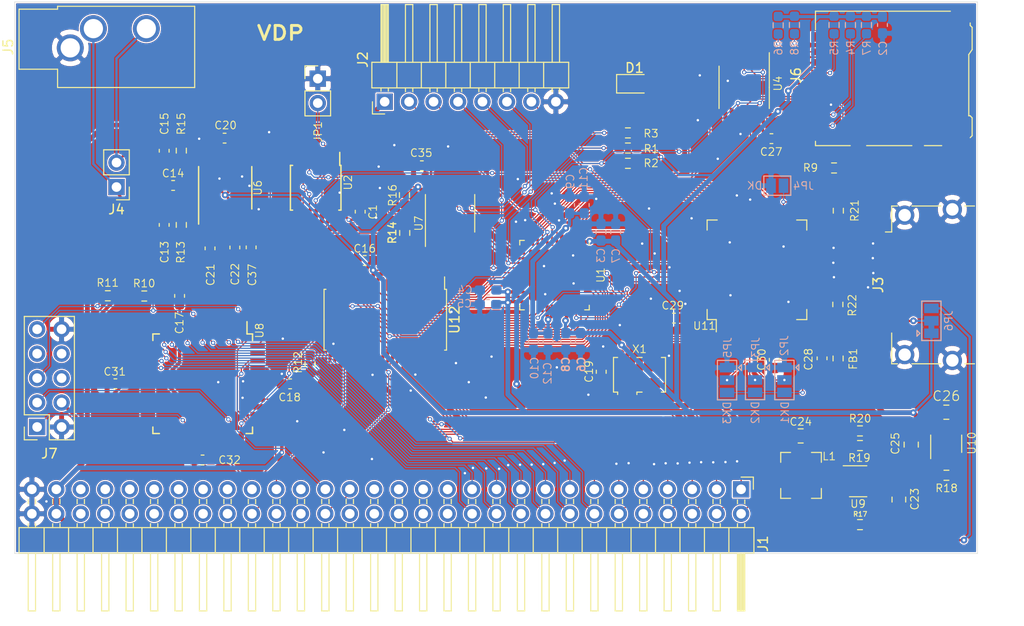
<source format=kicad_pcb>
(kicad_pcb (version 20211014) (generator pcbnew)
  (layers (0 "F.Cu" signal) (31 "B.Cu" signal) (34 "B.Paste" user) (35 "F.Paste" user) (36 "B.SilkS" user "B.Silkscreen") (37 "F.SilkS" user "F.Silkscreen") (38 "B.Mask" user) (39 "F.Mask" user) (44 "Edge.Cuts" user))
  (net 0 "")
  (net 1 "GND")
  (net 2 "+3V3")
  (net 3 "+1V2")
  (net 4 "L_AUDIO")
  (net 5 "Net-(C14-Pad2)")
  (net 6 "Net-(C14-Pad1)")
  (net 7 "R_AUDIO")
  (net 8 "+5V")
  (net 9 "Net-(C20-Pad1)")
  (net 10 "Net-(C21-Pad1)")
  (net 11 "Net-(C23-Pad1)")
  (net 12 "Net-(C25-Pad1)")
  (net 13 "BUS_A0_5V")
  (net 14 "BUS_A1_5V")
  (net 15 "BUS_A2_5V")
  (net 16 "BUS_IRQ#_5V")
  (net 17 "BUS_D0_5V")
  (net 18 "BUS_D1_5V")
  (net 19 "BUS_D2_5V")
  (net 20 "BUS_D3_5V")
  (net 21 "BUS_D4_5V")
  (net 22 "BUS_D5_5V")
  (net 23 "BUS_D6_5V")
  (net 24 "BUS_D7_5V")
  (net 25 "SPI_SSEL_N")
  (net 26 "SPI_SCK")
  (net 27 "SPI_MOSI")
  (net 28 "SPI_MISO")
  (net 29 "FPGA_CRESET_B")
  (net 30 "FPGA_CDONE")
  (net 31 "Net-(L1-Pad1)")
  (net 32 "SD_SSEL_N")
  (net 33 "Net-(R13-Pad2)")
  (net 34 "Net-(R14-Pad2)")
  (net 35 "Net-(R15-Pad2)")
  (net 36 "Net-(R16-Pad2)")
  (net 37 "Net-(R19-Pad2)")
  (net 38 "Net-(R22-Pad2)")
  (net 39 "AUDIO_LRCK")
  (net 40 "AUDIO_DATA")
  (net 41 "BUS_A0")
  (net 42 "BUS_A1")
  (net 43 "BUS_A2")
  (net 44 "AUDIO_BCK")
  (net 45 "SYSCLK")
  (net 46 "BUS_IRQ#")
  (net 47 "BUS_D0")
  (net 48 "BUS_D1")
  (net 49 "BUS_D2")
  (net 50 "BUS_D3")
  (net 51 "BUS_D4")
  (net 52 "BUS_D5")
  (net 53 "BUS_D6")
  (net 54 "BUS_D7")
  (net 55 "Net-(U2-Pad10)")
  (net 56 "Net-(U2-Pad3)")
  (net 57 "FLASH_SSEL_N")
  (net 58 "BUS_A4")
  (net 59 "BUS_A3")
  (net 60 "BUS_A3_5V")
  (net 61 "BUS_A4_5V")
  (net 62 "BUS_WR#")
  (net 63 "BUS_RD#")
  (net 64 "Net-(J6-Pad7)")
  (net 65 "Net-(J6-Pad5)")
  (net 66 "Net-(J6-Pad3)")
  (net 67 "Net-(J6-Pad2)")
  (net 68 "Net-(J6-Pad1)")
  (net 69 "Net-(J6-Pad8)")
  (net 70 "VGA_B2")
  (net 71 "VGA_B1")
  (net 72 "VGA_B0")
  (net 73 "VGA_VSYNC")
  (net 74 "VGA_HSYNC")
  (net 75 "VGA_R3")
  (net 76 "VGA_R2")
  (net 77 "VGA_R1")
  (net 78 "VGA_R0")
  (net 79 "VGA_G3")
  (net 80 "VGA_G2")
  (net 81 "VGA_G1")
  (net 82 "VGA_G0")
  (net 83 "VGA_B3")
  (net 84 "BUS_A15_5V")
  (net 85 "BUS_A14_5V")
  (net 86 "BUS_A13_5V")
  (net 87 "BUS_A12_5V")
  (net 88 "BUS_A11_5V")
  (net 89 "BUS_A10_5V")
  (net 90 "BUS_A9_5V")
  (net 91 "BUS_A8_5V")
  (net 92 "BUS_A7_5V")
  (net 93 "BUS_A6_5V")
  (net 94 "BUS_A5_5V")
  (net 95 "BUS_RWB_5V")
  (net 96 "cpuClk")
  (net 97 "TDO")
  (net 98 "TCK")
  (net 99 "TMS")
  (net 100 "TDI")
  (net 101 "DVI33")
  (net 102 "Net-(JP2-Pad2)")
  (net 103 "Net-(JP3-Pad2)")
  (net 104 "Net-(JP5-Pad2)")
  (net 105 "Net-(R12-Pad2)")
  (net 106 "Net-(JP4-Pad1)")
  (net 107 "VGA_DE")
  (net 108 "BUS_RD#_5V")
  (net 109 "BUS_WR#_5V")
  (net 110 "BUS_RES#_5V")
  (net 111 "clk-")
  (net 112 "clk+")
  (net 113 "D0-")
  (net 114 "D0+")
  (net 115 "D1-")
  (net 116 "D1+")
  (net 117 "D2-")
  (net 118 "D2+")
  (net 119 "Net-(J3-Pad18)")
  (net 120 "DATDD")
  (footprint "Resistor_SMD:R_0603_1608Metric_Pad0.98x0.95mm_HandSolder" (layer "F.Cu") (at 140.5128 126.6806 90)
    (fp_text reference "R14")
    (fp_text value "47k")
  )
  (footprint "Resistor_SMD:R_0603_1608Metric_Pad0.98x0.95mm_HandSolder" (layer "F.Cu") (at 140.4874 122.7436 -90)
    (fp_text reference "R16")
    (fp_text value "47k")
  )
  (footprint "Resistor_SMD:R_0603_1608Metric_Pad0.98x0.95mm_HandSolder" (layer "F.Cu") (at 163.6922 116.2812 180)
    (fp_text reference "R3")
    (fp_text value "10k")
  )
  (footprint "Resistor_SMD:R_0603_1608Metric_Pad0.98x0.95mm_HandSolder" (layer "F.Cu") (at 196.7738 151.8666)
    (fp_text reference "R18")
    (fp_text value "1")
  )
  (footprint "Connector_PinHeader_2.54mm:PinHeader_1x08_P2.54mm_Horizontal" (layer "F.Cu") (at 138.43 113.0427 90)
    (fp_text reference "J2")
    (fp_text value "Prog")
  )
  (footprint "Capacitor_SMD:C_0805_2012Metric_Pad1.18x1.45mm_HandSolder" (layer "F.Cu") (at 181.6354 147.7772)
    (fp_text reference "C24")
    (fp_text value "10uF")
  )
  (footprint "Capacitor_SMD:C_0805_2012Metric_Pad1.18x1.45mm_HandSolder" (layer "F.Cu") (at 193.1162 148.6789 90)
    (fp_text reference "C25")
    (fp_text value "10uF")
  )
  (footprint "Capacitor_SMD:C_0805_2012Metric" (layer "F.Cu") (at 196.7636 145.3134)
    (fp_text reference "C26")
    (fp_text value "10uF")
  )
  (footprint "Capacitor_SMD:C_0603_1608Metric_Pad1.08x0.95mm_HandSolder" (layer "F.Cu") (at 120.2944 128.2827 -90)
    (fp_text reference "C21")
    (fp_text value "1uF")
  )
  (footprint "Capacitor_SMD:C_0603_1608Metric_Pad1.08x0.95mm_HandSolder" (layer "F.Cu") (at 116.459 121.7422)
    (fp_text reference "C14")
    (fp_text value "1u")
  )
  (footprint "Capacitor_SMD:C_0603_1608Metric_Pad1.08x0.95mm_HandSolder" (layer "F.Cu") (at 135.89 124.4716 90)
    (fp_text reference "C1")
    (fp_text value "100nF")
  )
  (footprint "Oscillator:Oscillator_SMD_SeikoEpson_SG8002LB-4Pin_5.0x3.2mm" (layer "F.Cu") (at 164.8968 141.4223)
    (fp_text reference "X1")
    (fp_text value "SG5032CAN_25.000000M-TJGA3")
  )
  (footprint "Package_TO_SOT_SMD:SOT-23-5" (layer "F.Cu") (at 196.7484 148.59 90)
    (fp_text reference "U10")
    (fp_text value "MIC5504-3.3YM5")
  )
  (footprint "Package_SO:SOIC-8_3.9x4.9mm_P1.27mm" (layer "F.Cu") (at 145.2245 124.6378 90)
    (fp_text reference "U7")
    (fp_text value "W25Q16JVSNIQ")
  )
  (footprint "Capacitor_SMD:C_0603_1608Metric_Pad1.08x0.95mm_HandSolder" (layer "F.Cu") (at 142.2919 119.6975 180)
    (fp_text reference "C35")
    (fp_text value "100nF")
  )
  (footprint "Capacitor_SMD:C_0603_1608Metric" (layer "F.Cu") (at 160.9217 141.1098 -90)
    (fp_text reference "C19")
    (fp_text value "100nF")
  )
  (footprint "Capacitor_SMD:C_0603_1608Metric_Pad1.08x0.95mm_HandSolder" (layer "F.Cu") (at 124.5616 128.18 -90)
    (fp_text reference "C37")
    (fp_text value "4.7uF")
  )
  (footprint "Package_SO:TSSOP-14_4.4x5mm_P0.65mm" (layer "F.Cu") (at 131.2672 121.9835 -90)
    (fp_text reference "U2")
    (fp_text value "74AHC00PW")
  )
  (footprint "Resistor_SMD:R_0603_1608Metric_Pad0.98x0.95mm_HandSolder" (layer "F.Cu") (at 163.6922 119.4435 180)
    (fp_text reference "R2")
    (fp_text value "10k")
  )
  (footprint "Resistor_SMD:R_0603_1608Metric_Pad0.98x0.95mm_HandSolder" (layer "F.Cu") (at 163.6922 117.856 180)
    (fp_text reference "R1")
    (fp_text value "10k")
  )
  (footprint "Package_DFN_QFN:QFN-48-1EP_7x7mm_P0.5mm_EP5.3x5.3mm" (layer "F.Cu") (at 156.0699 131.0628 -90)
    (fp_text reference "U1")
    (fp_text value "ICE40UP5K-SG48ITR50")
  )
  (footprint "Resistor_SMD:R_0603_1608Metric_Pad0.98x0.95mm_HandSolder" (layer "F.Cu") (at 187.7949 148.7805)
    (fp_text reference "R19")
    (fp_text value "47k")
  )
  (footprint "Resistor_SMD:R_0603_1608Metric_Pad0.98x0.95mm_HandSolder" (layer "F.Cu") (at 187.7949 156.9974 180)
    (fp_text reference "R17")
    (fp_text value "1")
  )
  (footprint "Resistor_SMD:R_0603_1608Metric_Pad0.98x0.95mm_HandSolder" (layer "F.Cu") (at 187.7949 147.2565 180)
    (fp_text reference "R20")
    (fp_text value "47k")
  )
  (footprint "Capacitor_SMD:C_0805_2012Metric" (layer "F.Cu") (at 191.8335 154.3916 -90)
    (fp_text reference "C23")
    (fp_text value "10uF")
  )
  (footprint "Inductor_SMD:L_Bourns-SRN4018" (layer "F.Cu") (at 181.6735 151.8803 90)
    (fp_text reference "L1")
    (fp_text value "NRS4018T2R2MDGJ")
  )
  (footprint "Package_TO_SOT_SMD:SOT-23-5" (layer "F.Cu") (at 187.6044 152.4889)
    (fp_text reference "U9")
    (fp_text value "AP3417CKTR-G1")
  )
  (footprint "Capacitor_SMD:C_0603_1608Metric_Pad1.08x0.95mm_HandSolder" (layer "F.Cu") (at 117.1321 133.223 90)
    (fp_text reference "C17")
    (fp_text value "100nF")
  )
  (footprint "Capacitor_SMD:C_0603_1608Metric_Pad1.08x0.95mm_HandSolder" (layer "F.Cu") (at 136.361 129.54 180)
    (fp_text reference "C16")
    (fp_text value "100nF")
  )
  (footprint "Connector_PinHeader_2.54mm:PinHeader_1x02_P2.54mm_Vertical" (layer "F.Cu") (at 131.4831 110.6424)
    (fp_text reference "JP1")
    (fp_text value "Flash enable")
  )
  (footprint "Package_SO:TSSOP-14_4.4x5mm_P0.65mm" (layer "F.Cu") (at 175.768 111.5441 -90)
    (fp_text reference "U4")
    (fp_text value "74CBTLV3126PW,118")
  )
  (footprint "Capacitor_SMD:C_0603_1608Metric_Pad1.08x0.95mm_HandSolder" (layer "F.Cu") (at 178.6001 116.8781)
    (fp_text reference "C27")
    (fp_text value "100nF")
  )
  (footprint "Resistor_SMD:R_0603_1608Metric_Pad0.98x0.95mm_HandSolder" (layer "F.Cu") (at 185.1025 119.9261 180)
    (fp_text reference "R9")
    (fp_text value "47k")
  )
  (footprint "Connector_Card:microSD_HC_Hirose_DM3AT-SF-PEJM5" (layer "F.Cu") (at 191.0588 110.6297 90)
    (fp_text reference "J6")
    (fp_text value "Micro_SD_Card")
  )
  (footprint "Package_QFP:TQFP-44_10x10mm_P0.8mm" (layer "F.Cu") (at 119.5324 142.3543 -90)
    (fp_text reference "U8")
    (fp_text value "ATF1502AS-xAx44")
  )
  (footprint "Package_QFP:HTQFP-64-1EP_10x10mm_P0.5mm_EP8x8mm" (layer "F.Cu") (at 177.0949 130.5113 90)
    (fp_text reference "U11")
    (fp_text value "TFP410PAP")
  )
  (footprint "Package_SO:TSSOP-48_6.1x12.5mm_P0.5mm" (layer "F.Cu") (at 138.4935 135.6995 -90)
    (fp_text reference "U12")
    (fp_text value "SN74CB3T16210")
  )
  (footprint "Capacitor_SMD:C_0603_1608Metric_Pad1.08x0.95mm_HandSolder" (layer "F.Cu") (at 128.6118 142.367)
    (fp_text reference "C18")
    (fp_text value "100nF")
  )
  (footprint "Capacitor_SMD:C_0603_1608Metric_Pad1.08x0.95mm_HandSolder" (layer "F.Cu") (at 183.8579 139.7116 -90)
    (fp_text reference "C28")
    (fp_text value "10uF")
  )
  (footprint "Capacitor_SMD:C_0603_1608Metric_Pad1.08x0.95mm_HandSolder" (layer "F.Cu") (at 168.4782 135.5344 180)
    (fp_text reference "C29")
    (fp_text value ".1uF")
  )
  (footprint "Capacitor_SMD:C_0603_1608Metric_Pad1.08x0.95mm_HandSolder" (layer "F.Cu") (at 178.8922 139.8651 -90)
    (fp_text reference "C30")
    (fp_text value ".1uF")
  )
  (footprint "Resistor_SMD:R_0603_1608Metric_Pad0.98x0.95mm_HandSolder" (layer "F.Cu") (at 113.4637 133.2357)
    (fp_text reference "R10")
    (fp_text value "10K")
  )
  (footprint "Resistor_SMD:R_0603_1608Metric_Pad0.98x0.95mm_HandSolder" (layer "F.Cu") (at 109.6791 133.2103 180)
    (fp_text reference "R11")
    (fp_text value "10K")
  )
  (footprint "Resistor_SMD:R_0603_1608Metric_Pad0.98x0.95mm_HandSolder" (layer "F.Cu") (at 130.683 140.3204 90)
    (fp_text reference "R12")
    (fp_text value "10K")
  )
  (footprint "Resistor_SMD:R_0603_1608Metric_Pad0.98x0.95mm_HandSolder" (layer "F.Cu") (at 185.547 124.3692 -90)
    (fp_text reference "R21")
    (fp_text value "10K")
  )
  (footprint "Resistor_SMD:R_0603_1608Metric" (layer "F.Cu") (at 185.4962 134.1115 90)
    (fp_text reference "R22")
    (fp_text value "500R")
  )
  (footprint "Connector_PinSocket_2.54mm:PinSocket_2x05_P2.54mm_Vertical" (layer "F.Cu") (at 102.3366 146.8501 180)
    (fp_text reference "J7")
    (fp_text value "JTAG")
  )
  (footprint "Capacitor_SMD:C_0603_1608Metric_Pad1.08x0.95mm_HandSolder" (layer "F.Cu") (at 110.4646 142.3543 180)
    (fp_text reference "C31")
    (fp_text value "100nF")
  )
  (footprint "Capacitor_SMD:C_0603_1608Metric_Pad1.08x0.95mm_HandSolder" (layer "F.Cu") (at 119.5197 150.2791 180)
    (fp_text reference "C32")
    (fp_text value "100nF")
  )
  (footprint "Resistor_SMD:R_0603_1608Metric_Pad0.98x0.95mm_HandSolder" (layer "F.Cu") (at 185.5216 139.7273 -90)
    (fp_text reference "FB1")
    (fp_text value "600R")
  )
  (footprint "Capacitor_SMD:C_0603_1608Metric_Pad1.08x0.95mm_HandSolder" (layer "F.Cu") (at 115.5319 118.1365 -90)
    (fp_text reference "C15")
    (fp_text value "2.7nF")
  )
  (footprint "Resistor_SMD:R_0603_1608Metric_Pad0.98x0.95mm_HandSolder" (layer "F.Cu") (at 117.3099 118.1246 -90)
    (fp_text reference "R15")
    (fp_text value "560")
  )
  (footprint "Resistor_SMD:R_0603_1608Metric_Pad0.98x0.95mm_HandSolder" (layer "F.Cu") (at 117.3099 125.8443 90)
    (fp_text reference "R13")
    (fp_text value "560")
  )
  (footprint "Package_SO:TSSOP-16_4.4x5mm_P0.65mm" (layer "F.Cu") (at 121.9073 121.9835 90)
    (fp_text reference "U6")
    (fp_text value "WM8524CGEDT")
  )
  (footprint "Capacitor_SMD:C_0603_1608Metric_Pad1.08x0.95mm_HandSolder" (layer "F.Cu") (at 122.8725 128.1927 -90)
    (fp_text reference "C22")
    (fp_text value "4.7uF")
  )
  (footprint "Capacitor_SMD:C_0603_1608Metric_Pad1.08x0.95mm_HandSolder" (layer "F.Cu") (at 121.8068 116.8273)
    (fp_text reference "C20")
    (fp_text value "2.2uF")
  )
  (footprint "Capacitor_SMD:C_0603_1608Metric_Pad1.08x0.95mm_HandSolder" (layer "F.Cu") (at 115.5319 125.8443 90)
    (fp_text reference "C13")
    (fp_text value "2.7nF")
  )
  (footprint "Connector_PinHeader_2.54mm:PinHeader_2x30_P2.54mm_Horizontal" (layer "F.Cu") (at 175.4505 153.3271 -90)
    (fp_text reference "J1")
    (fp_text value "Conn_02x30_Odd_Even")
  )
  (footprint "Connector_Audio:Jack_3.5mm_CUI_SJ1-3533NG_Horizontal_CircularHoles" (layer "F.Cu") (at 105.7783 107.442 90)
    (fp_text reference "J5")
    (fp_text value "AudioJack3")
  )
  (footprint "JBCustoms:HDMI_A_Amphenol_10029449-111" (layer "F.Cu") (at 194.4878 132.08 90)
    (fp_text reference "J3")
    (fp_text value "HDMI_A_1.4")
  )
  (footprint "LED_SMD:LED_0805_2012Metric_Pad1.15x1.40mm_HandSolder" (layer "F.Cu") (at 164.3798 111.1758)
    (fp_text reference "D1")
    (fp_text value "LED")
  )
  (footprint "Connector_PinHeader_2.54mm:PinHeader_1x02_P2.54mm_Vertical" (layer "F.Cu") (at 110.5789 121.9073 180)
    (fp_text reference "J4")
    (fp_text value "Conn_01x02_Male")
  )
  (footprint "Resistor_SMD:R_0603_1608Metric_Pad0.98x0.95mm_HandSolder" (layer "B.Cu") (at 186.8043 105.0652 -90)
    (fp_text reference "R4")
    (fp_text value "47k")
  )
  (footprint "Resistor_SMD:R_0603_1608Metric_Pad0.98x0.95mm_HandSolder" (layer "B.Cu") (at 179.2986 105.0906 -90)
    (fp_text reference "R6")
    (fp_text value "47k")
  )
  (footprint "Capacitor_SMD:C_0603_1608Metric_Pad1.08x0.95mm_HandSolder" (layer "B.Cu") (at 190.1317 105.0671 -90)
    (fp_text reference "C2")
    (fp_text value "4.7uF")
  )
  (footprint "Resistor_SMD:R_0603_1608Metric_Pad0.98x0.95mm_HandSolder" (layer "B.Cu") (at 180.9877 105.0652 -90)
    (fp_text reference "R8")
    (fp_text value "47k")
  )
  (footprint "Resistor_SMD:R_0603_1608Metric_Pad0.98x0.95mm_HandSolder" (layer "B.Cu") (at 188.468 105.0671 -90)
    (fp_text reference "R7")
    (fp_text value "47k")
  )
  (footprint "Capacitor_SMD:C_0603_1608Metric_Pad1.08x0.95mm_HandSolder" (layer "B.Cu") (at 158.7627 137.9485 -90)
    (fp_text reference "C6")
    (fp_text value "100nF")
  )
  (footprint "Capacitor_SMD:C_0603_1608Metric_Pad1.08x0.95mm_HandSolder" (layer "B.Cu") (at 155.3972 137.9717 -90)
    (fp_text reference "C12")
    (fp_text value "4.7uF")
  )
  (footprint "Capacitor_SMD:C_0603_1608Metric_Pad1.08x0.95mm_HandSolder" (layer "B.Cu") (at 160.8963 126.6074 90)
    (fp_text reference "C3")
    (fp_text value "100nF")
  )
  (footprint "Capacitor_SMD:C_0603_1608Metric_Pad1.08x0.95mm_HandSolder" (layer "B.Cu") (at 159.1564 123.7753 90)
    (fp_text reference "C11")
    (fp_text value "4.7uF")
  )
  (footprint "Capacitor_SMD:C_0603_1608Metric_Pad1.08x0.95mm_HandSolder" (layer "B.Cu") (at 153.8859 137.9717 -90)
    (fp_text reference "C10")
    (fp_text value "100nF")
  )
  (footprint "Capacitor_SMD:C_0603_1608Metric_Pad1.08x0.95mm_HandSolder" (layer "B.Cu") (at 157.6324 123.7742 90)
    (fp_text reference "C9")
    (fp_text value "100nF")
  )
  (footprint "Capacitor_SMD:C_0603_1608Metric_Pad1.08x0.95mm_HandSolder" (layer "B.Cu") (at 157.2387 137.9463 -90)
    (fp_text reference "C8")
    (fp_text value "4.7uF")
  )
  (footprint "Capacitor_SMD:C_0603_1608Metric_Pad1.08x0.95mm_HandSolder" (layer "B.Cu") (at 162.4203 126.6074 90)
    (fp_text reference "C7")
    (fp_text value "4.7uF")
  )
  (footprint "Capacitor_SMD:C_0603_1608Metric_Pad1.08x0.95mm_HandSolder" (layer "B.Cu") (at 149.1753 132.6134 180)
    (fp_text reference "C4")
    (fp_text value "100nF")
  )
  (footprint "Capacitor_SMD:C_0603_1608Metric_Pad1.08x0.95mm_HandSolder" (layer "B.Cu") (at 149.1626 134.112 180)
    (fp_text reference "C5")
    (fp_text value "100nF")
  )
  (footprint "Resistor_SMD:R_0603_1608Metric_Pad0.98x0.95mm_HandSolder" (layer "B.Cu") (at 185.1025 105.0652 -90)
    (fp_text reference "R5")
    (fp_text value "47k")
  )
  (footprint "Jumper:SolderJumper-3_P1.3mm_Open_Pad1.0x1.5mm" (layer "B.Cu") (at 179.9463 141.9652 -90)
    (fp_text reference "JP2")
    (fp_text value "DK1")
  )
  (footprint "Jumper:SolderJumper-3_P1.3mm_Open_Pad1.0x1.5mm" (layer "B.Cu") (at 173.99 141.9779 -90)
    (fp_text reference "JP5")
    (fp_text value "DK3")
  )
  (footprint "Jumper:SolderJumper-3_P1.3mm_Open_Pad1.0x1.5mm" (layer "B.Cu") (at 176.8983 141.9606 -90)
    (fp_text reference "JP3")
    (fp_text value "DK2")
  )
  (footprint "Jumper:SolderJumper-2_P1.3mm_Open_Pad1.0x1.5mm" (layer "B.Cu") (at 179.2074 121.7676 180)
    (fp_text reference "JP4")
    (fp_text value "DK")
  )
  (footprint "Jumper:SolderJumper-3_P1.3mm_Bridged12_Pad1.0x1.5mm" (layer "B.Cu") (at 195.2117 135.8138 90)
    (fp_text reference "JP6")
    (fp_text value "HDMIVSel")
  )
  (gr_line (start 100 160) (end 200 160) (layer "Edge.Cuts") (width 0.05))
  (gr_line (start 200 102.6668) (end 200 160) (layer "Edge.Cuts") (width 0.05))
  (gr_line (start 100 102.6668) (end 100 160) (layer "Edge.Cuts") (width 0.05))
  (gr_line (start 100 102.6668) (end 200 102.6668) (layer "Edge.Cuts") (width 0.05))
  (gr_text "VDP" (at 127.6223 105.9053) (layer "F.SilkS") (effects (font (size 1.45 1.7) (thickness 0.3))))
  (segment (start 170.1337 133.7613) (end 171.3949 133.7613) (width 0.25) (layer "F.Cu") (net 1))
  (segment (start 169.6332 127.7613) (end 170.1332 127.2613) (width 0.25) (layer "F.Cu") (net 1))
  (segment (start 140.7435 132.7298) (end 141.5415 133.5278) (width 0.127) (layer "F.Cu") (net 1))
  (segment (start 169.8721 134.2613) (end 169.6593 134.0485) (width 0.25) (layer "F.Cu") (net 1))
  (segment (start 169.6593 132.5626) (end 169.858 132.7613) (width 0.25) (layer "F.Cu") (net 1))
  (segment (start 143.7435 139.412) (end 144.2435 139.412) (width 0.35) (layer "F.Cu") (net 1))
  (segment (start 173.818 110.6228) (end 174.0662 110.871) (width 0.25) (layer "F.Cu") (net 1))
  (segment (start 179.3449 137.7651) (end 179.5526 137.9728) (width 0.35) (layer "F.Cu") (net 1))
  (segment (start 171.3949 133.2613) (end 169.6337 133.2613) (width 0.25) (layer "F.Cu") (net 1))
  (segment (start 170.1332 127.2613) (end 171.3949 127.2613) (width 0.25) (layer "F.Cu") (net 1))
  (segment (start 180.3449 127.2613) (end 177.0949 130.5113) (width 0.25) (layer "F.Cu") (net 1))
  (segment (start 136.2435 140.501406) (end 137.170997 141.428903) (width 0.127) (layer "F.Cu") (net 1))
  (segment (start 177.3449 124.8113) (end 177.3449 124.17) (width 0.25) (layer "F.Cu") (net 1))
  (segment (start 177.3449 124.17) (end 176.3903 123.2154) (width 0.25) (layer "F.Cu") (net 1))
  (segment (start 183.3338 113.3547) (end 184.7778 113.3547) (width 0.25) (layer "F.Cu") (net 1))
  (segment (start 175.8449 124.8113) (end 175.8449 123.7608) (width 0.25) (layer "F.Cu") (net 1))
  (segment (start 136.2435 139.412) (end 136.2435 140.501406) (width 0.127) (layer "F.Cu") (net 1))
  (segment (start 176.3449 124.8113) (end 176.3449 123.2608) (width 0.25) (layer "F.Cu") (net 1))
  (segment (start 170.2649 128.7613) (end 169.7649 128.2613) (width 0.25) (layer "F.Cu") (net 1))
  (segment (start 169.858 132.7613) (end 171.3949 132.7613) (width 0.25) (layer "F.Cu") (net 1))
  (segment (start 176.8449 123.67) (end 176.3903 123.2154) (width 0.25) (layer "F.Cu") (net 1))
  (segment (start 140.7435 131.987) (end 140.7435 132.7298) (width 0.127) (layer "F.Cu") (net 1))
  (segment (start 176.3449 123.2608) (end 176.3903 123.2154) (width 0.25) (layer "F.Cu") (net 1))
  (segment (start 171.3949 127.7613) (end 169.6332 127.7613) (width 0.25) (layer "F.Cu") (net 1))
  (segment (start 140.7435 140.5276) (end 141.6177 141.4018) (width 0.25) (layer "F.Cu") (net 1))
  (segment (start 169.7649 128.2613) (end 171.3949 128.2613) (width 0.25) (layer "F.Cu") (net 1))
  (segment (start 176.8449 124.8113) (end 176.8449 123.67) (width 0.25) (layer "F.Cu") (net 1))
  (segment (start 171.3949 128.7613) (end 171.3949 127.2613) (width 0.25) (layer "F.Cu") (net 1))
  (segment (start 169.6337 133.2613) (end 170.1337 133.7613) (width 0.25) (layer "F.Cu") (net 1))
  (segment (start 179.3449 136.2113) (end 179.3449 137.7651) (width 0.35) (layer "F.Cu") (net 1))
  (segment (start 179.8449 136.2113) (end 179.8449 137.5793) (width 0.35) (layer "F.Cu") (net 1))
  (segment (start 169.9606 132.2613) (end 169.6593 132.5626) (width 0.25) (layer "F.Cu") (net 1))
  (segment (start 171.3949 134.2613) (end 171.3949 132.2613) (width 0.35) (layer "F.Cu") (net 1))
  (segment (start 173.818 108.6816) (end 173.818 110.6228) (width 0.25) (layer "F.Cu") (net 1))
  (segment (start 175.8449 123.7608) (end 176.3903 123.2154) (width 0.25) (layer "F.Cu") (net 1))
  (segment (start 171.3949 132.2613) (end 169.9606 132.2613) (width 0.25) (layer "F.Cu") (net 1))
  (segment (start 140.7435 139.412) (end 140.7435 140.5276) (width 0.25) (layer "F.Cu") (net 1))
  (segment (start 184.7778 113.3547) (end 184.785 113.3475) (width 0.25) (layer "F.Cu") (net 1))
  (segment (start 175.8449 124.8113) (end 177.3449 124.8113) (width 0.35) (layer "F.Cu") (net 1))
  (segment (start 180.3449 124.8113) (end 180.3449 127.2613) (width 0.25) (layer "F.Cu") (net 1))
  (segment (start 179.8449 136.2113) (end 179.3449 136.2113) (width 0.35) (layer "F.Cu") (net 1))
  (segment (start 179.8449 137.5793) (end 180.1495 137.8839) (width 0.35) (layer "F.Cu") (net 1))
  (segment (start 171.3949 134.2613) (end 169.8721 134.2613) (width 0.25) (layer "F.Cu") (net 1))
  (segment (start 171.3949 128.7613) (end 170.2649 128.7613) (width 0.25) (layer "F.Cu") (net 1))
  (via (at 170.9547 114.9604) (size 0.45) (drill 0.25) (layers "F.Cu" "B.Cu") (net 1))
  (via (at 152.2603 121.0818) (size 0.45) (drill 0.25) (layers "F.Cu" "B.Cu") (net 1))
  (via (at 125.349 124.2187) (size 0.45) (drill 0.25) (layers "F.Cu" "B.Cu") (net 1))
  (via (at 185.0263 129.7813) (size 0.45) (drill 0.25) (layers "F.Cu" "B.Cu") (net 1))
  (via (at 145.364199 134.877458) (size 0.45) (drill 0.25) (layers "F.Cu" "B.Cu") (net 1))
  (via (at 175.0314 150.4188) (size 0.45) (drill 0.25) (layers "F.Cu" "B.Cu") (net 1))
  (via (at 158.0007 129.0193) (size 0.45) (drill 0.25) (layers "F.Cu" "B.Cu") (net 1))
  (via (at 189.1792 130.8481) (size 0.45) (drill 0.25) (layers "F.Cu" "B.Cu") (net 1))
  (via (at 127.8509 137.668) (size 0.45) (drill 0.25) (layers "F.Cu" "B.Cu") (net 1))
  (via (at 184.785 113.3475) (size 0.45) (drill 0.25) (layers "F.Cu" "B.Cu") (net 1))
  (via (at 185.0517 128.2319) (size 0.45) (drill 0.25) (layers "F.Cu" "B.Cu") (net 1))
  (via (at 168.0083 130.2512) (size 0.45) (drill 0.25) (layers "F.Cu" "B.Cu") (net 1))
  (via (at 137.541 125.095) (size 0.45) (drill 0.25) (layers "F.Cu" "B.Cu") (net 1))
  (via (at 167.6146 150.622) (size 0.45) (drill 0.25) (layers "F.Cu" "B.Cu") (net 1))
  (via (at 175.387 116.3955) (size 0.45) (drill 0.25) (layers "F.Cu" "B.Cu") (net 1))
  (via (at 155.1051 133.0452) (size 0.45) (drill 0.25) (layers "F.Cu" "B.Cu") (net 1))
  (via (at 137.9347 122.0089) (size 0.45) (drill 0.25) (layers "F.Cu" "B.Cu") (net 1))
  (via (at 123.6218 120.8151) (size 0.45) (drill 0.25) (layers "F.Cu" "B.Cu") (net 1))
  (via (at 103.3018 154.5844) (size 0.45) (drill 0.25) (layers "F.Cu" "B.Cu") (net 1))
  (via (at 124.3838 121.7803) (size 0.45) (drill 0.25) (layers "F.Cu" "B.Cu") (net 1))
  (via (at 173.8249 150.495) (size 0.45) (drill 0.25) (layers "F.Cu" "B.Cu") (net 1))
  (via (at 158.0515 131.9276) (size 0.45) (drill 0.25) (layers "F.Cu" "B.Cu") (net 1))
  (via (at 156.1084 123.6345) (size 0.45) (drill 0.25) (layers "F.Cu" "B.Cu") (net 1))
  (via (at 149.5298 139.5349) (size 0.45) (drill 0.25) (layers "F.Cu" "B.Cu") (net 1))
  (via (at 189.1538 127.7747) (size 0.45) (drill 0.25) (layers "F.Cu" "B.Cu") (net 1))
  (via (at 127.7493 141.3256) (size 0.45) (drill 0.25) (layers "F.Cu" "B.Cu") (net 1))
  (via (at 147.1676 142.1892) (size 0.45) (drill 0.25) (layers "F.Cu" "B.Cu") (net 1))
  (via (at 169.0624 132.7023) (size 0.45) (drill 0.25) (layers "F.Cu" "B.Cu") (net 1))
  (via (at 155.7782 122.5677) (size 0.45) (drill 0.25) (layers "F.Cu" "B.Cu") (net 1))
  (via (at 156.5402 125.3744) (size 0.45) (drill 0.25) (layers "F.Cu" "B.Cu") (net 1))
  (via (at 166.0779 133.5151) (size 0.45) (drill 0.25) (layers "F.Cu" "B.Cu") (net 1))
  (via (at 150.3172 151.1935) (size 0.45) (drill 0.25) (layers "F.Cu" "B.Cu") (net 1))
  (via (at 169.6593 134.0485) (size 0.45) (drill 0.25) (layers "F.Cu" "B.Cu") (net 1))
  (via (at 165.8874 124.1425) (size 0.45) (drill 0.25) (layers "F.Cu" "B.Cu") (net 1))
  (via (at 146.7612 151.6507) (size 0.45) (drill 0.25) (layers "F.Cu" "B.Cu") (net 1))
  (via (at 159.5882 143.4973) (size 0.45) (drill 0.25) (layers "F.Cu" "B.Cu") (net 1))
  (via (at 126.4285 116.205) (size 0.45) (drill 0.25) (layers "F.Cu" "B.Cu") (net 1))
  (via (at 163.7665 150.6093) (size 0.45) (drill 0.25) (layers "F.Cu" "B.Cu") (net 1))
  (via (at 174.2694 127.6604) (size 0.45) (drill 0.25) (layers "F.Cu" "B.Cu") (net 1))
  (via (at 185.0898 131.2799) (size 0.45) (drill 0.25) (layers "F.Cu" "B.Cu") (net 1))
  (via (at 160.401 123.1392) (size 0.45) (drill 0.25) (layers "F.Cu" "B.Cu") (net 1))
  (via (at 173.0248 118.9736) (size 0.45) (drill 0.25) (layers "F.Cu" "B.Cu") (net 1))
  (via (at 145.8341 140.208) (size 0.45) (drill 0.25) (layers "F.Cu" "B.Cu") (net 1))
  (via (at 137.1092 150.1775) (size 0.45) (drill 0.25) (layers "F.Cu" "B.Cu") (net 1))
  (via (at 167.9575 139.446) (size 0.45) (drill 0.25) (layers "F.Cu" "B.Cu") (net 1))
  (via (at 123.7234 142.1003) (size 0.45) (drill 0.25) (layers "F.Cu" "B.Cu") (net 1))
  (via (at 123.6726 143.8148) (size 0.45) (drill 0.25) (layers "F.Cu" "B.Cu") (net 1))
  (via (at 172.5549 150.5204) (size 0.45) (drill 0.25) (layers "F.Cu" "B.Cu") (net 1))
  (via (at 129.3495 146.2532) (size 0.45) (drill 0.25) (layers "F.Cu" "B.Cu") (net 1))
  (via (at 154.9781 130.1242) (size 0.45) (drill 0.25) (layers "F.Cu" "B.Cu") (net 1))
  (via (at 139.4333 117.5512) (size 0.45) (drill 0.25) (layers "F.Cu" "B.Cu") (net 1))
  (via (at 153.6954 150.7617) (size 0.45) (drill 0.25) (layers "F.Cu" "B.Cu") (net 1))
  (via (at 189.1284 129.2987) (size 0.45) (drill 0.25) (layers "F.Cu" "B.Cu") (net 1))
  (via (at 147.5994 151.1046) (size 0.45) (drill 0.25) (layers "F.Cu" "B.Cu") (net 1))
  (via (at 119.1641 116.8908) (size 0.45) (drill 0.25) (layers "F.Cu" "B.Cu") (net 1))
  (via (at 121.1453 142.1892) (size 0.45) (drill 0.25) (layers "F.Cu" "B.Cu") (net 1))
  (via (at 180.3654 133.8453) (size 0.45) (drill 0.25) (layers "F.Cu" "B.Cu") (net 1))
  (via (at 161.1249 138.4808) (size 0.45) (drill 0.25) (layers "F.Cu" "B.Cu") (net 1))
  (via (at 166.4081 150.7109) (size 0.45) (drill 0.25) (layers "F.Cu" "B.Cu") (net 1))
  (via (at 168.8592 150.6347) (size 0.45) (drill 0.25) (layers "F.Cu" "B.Cu") (net 1))
  (via (at 154.9019 150.7109) (size 0.45) (drill 0.25) (layers "F.Cu" "B.Cu") (net 1))
  (via (at 121.2723 121.031) (size 0.45) (drill 0.25) (layers "F.Cu" "B.Cu") (net 1))
  (via (at 174.0662 110.871) (size 0.45) (drill 0.25) (layers "F.Cu" "B.Cu") (net 1))
  (via (at 145.0213 117.6909) (size 0.45) (drill 0.25) (layers "F.Cu" "B.Cu") (net 1))
  (via (at 162.8521 136.2583) (size 0.45) (drill 0.25) (layers "F.Cu" "B.Cu") (net 1))
  (via (at 137.8077 119.7864) (size 0.45) (drill 0.25) (layers "F.Cu" "B.Cu") (net 1))
  (via (at 133.7564 122.4915) (size 0.45) (drill 0.25) (layers "F.Cu" "B.Cu") (net 1))
  (via (at 152.0698 125.5141) (size 0.45) (drill 0.25) (layers "F.Cu" "B.Cu") (net 1))
  (via (at 179.8574 128.0922) (size 0.45) (drill 0.25) (layers "F.Cu" "B.Cu") (net 1))
  (via (at 174.3456 133.1595) (size 0.45) (drill 0.25) (layers "F.Cu" "B.Cu") (net 1))
  (via (at 137.170997 141.428903) (size 0.45) (drill 0.25) (layers "F.Cu" "B.Cu") (net 1))
  (via (at 148.9329 143.7894) (size 0.45) (drill 0.25) (layers "F.Cu" "B.Cu") (net 1))
  (via (at 132.08 149.4917) (size 0.45) (drill 0.25) (layers "F.Cu" "B.Cu") (net 1))
  (via (at 165.1762 127.7874) (size 0.45) (drill 0.25) (layers "F.Cu" "B.Cu") (net 1))
  (via (at 133.1087 138.2014) (size 0.45) (drill 0.25) (layers "F.Cu" "B.Cu") (net 1))
  (via (at 134.239 147.1549) (size 0.45) (drill 0.25) (layers "F.Cu" "B.Cu") (net 1))
  (via (at 176.3903 123.2154) (size 0.45) (drill 0.25) (layers "F.Cu" "B.Cu") (net 1))
  (via (at 141.1351 143.0655) (size 0.45) (drill 0.25) (layers "F.Cu" "B.Cu") (net 1))
  (via (at 166.4716 128.8161) (size 0.45) (drill 0.25) (layers "F.Cu" "B.Cu") (net 1))
  (via (at 156.3116 140.6525) (size 0.45) (drill 0.25) (layers "F.Cu" "B.Cu") (net 1))
  (via (at 188.6331 132.334) (size 0.45) (drill 0.25) (layers "F.Cu" "B.Cu") (net 1))
  (via (at 129.2606 141.0716) (size 0.45) (drill 0.25) (layers "F.Cu" "B.Cu") (net 1))
  (via (at 162.4965 150.6728) (size 0.45) (drill 0.25) (layers "F.Cu" "B.Cu") (net 1))
  (via (at 153.0223 125.349) (size 0.45) (drill 0.25) (layers "F.Cu" "B.Cu") (net 1))
  (via (at 157.1244 150.3426) (size 0.45) (drill 0.25) (layers "F.Cu" "B.Cu") (net 1))
  (via (at 152.4889 150.7744) (size 0.45) (drill 0.25) (layers "F.Cu" "B.Cu") (net 1))
  (via (at 156.083 150.5839) (size 0.45) (drill 0.25) (layers "F.Cu" "B.Cu") (net 1))
  (via (at 171.2976 150.5077) (size 0.45) (drill 0.25) (layers "F.Cu" "B.Cu") (net 1))
  (via (at 151.257 150.8125) (size 0.45) (drill 0.25) (layers "F.Cu" "B.Cu") (net 1))
  (via (at 175.006 122.7836) (size 0.45) (drill 0.25) (layers "F.Cu" "B.Cu") (net 1))
  (via (at 148.9837 151.1554) (size 0.45) (drill 0.25) (layers "F.Cu" "B.Cu") (net 1))
  (via (at 141.6177 141.4018) (size 0.45) (drill 0.25) (layers "F.Cu" "B.Cu") (net 1))
  (via (at 171.1579 110.2995) (size 0.45) (drill 0.25) (layers "F.Cu" "B.Cu") (net 1))
  (via (at 170.307 125.1585) (size 0.45) (drill 0.25) (layers "F.Cu" "B.Cu") (net 1))
  (via (at 170.0911 150.5585) (size 0.45) (drill 0.25) (layers "F.Cu" "B.Cu") (net 1))
  (segment (start 121.86285 122.73915) (end 122.8823 123.7586) (width 0.25) (layer "F.Cu") (net 2))
  (segment (start 140.5128 127.5931) (end 140.5128 128.9685) (width 0.127) (layer "F.Cu") (net 2))
  (segment (start 124.5489 127.3302) (end 124.5616 127.3175) (width 0.25) (layer "F.Cu") (net 2))
  (segment (start 142.1653 122.1628) (end 141.8971 121.8946) (width 0.35) (layer "F.Cu") (net 2))
  (segment (start 177.718 114.4066) (end 177.718 116.8585) (width 0.25) (layer "F.Cu") (net 2))
  (segment (start 152.6199 132.8128) (end 151.2278 132.8128) (width 0.35) (layer "F.Cu") (net 2))
  (segment (start 137.2235 129.54) (end 137.2235 130.543312) (width 0.35) (layer "F.Cu") (net 2))
  (segment (start 141.8971 121.8946) (end 140.5509 121.8946) (width 0.127) (layer "F.Cu") (net 2))
  (segment (start 137.2435 131.987) (end 137.2435 130.563312) (width 0.35) (layer "F.Cu") (net 2))
  (segment (start 164.6047 117.856) (end 166.2049 117.856) (width 0.25) (layer "F.Cu") (net 2))
  (segment (start 120.2823 119.0335) (end 120.2823 121.1586) (width 0.25) (layer "F.Cu") (net 2))
  (segment (start 195.4579 147.49) (end 193.3321 145.3642) (width 0.5) (layer "F.Cu") (net 2))
  (segment (start 152.6199 133.8128) (end 151.322 133.8128) (width 0.35) (layer "F.Cu") (net 2))
  (segment (start 178.9126 114.4066) (end 179.2732 114.046) (width 0.35) (layer "F.Cu") (net 2))
  (segment (start 137.2235 130.543312) (end 137.236194 130.556006) (width 0.35) (layer "F.Cu") (net 2))
  (segment (start 157.3199 134.5128) (end 157.3199 135.6818) (width 0.35) (layer "F.Cu") (net 2))
  (segment (start 134.6962 125.3109) (end 135.8668 125.3109) (width 0.25) (layer "F.Cu") (net 2))
  (segment (start 164.6047 119.4435) (end 166.4716 119.4435) (width 0.25) (layer "F.Cu") (net 2))
  (segment (start 122.2323 119.0335) (end 122.2323 122.3697) (width 0.25) (layer "F.Cu") (net 2))
  (segment (start 120.2823 121.1586) (end 121.86285 122.73915) (width 0.25) (layer "F.Cu") (net 2))
  (segment (start 195.7984 147.49) (end 195.4579 147.49) (width 0.5) (layer "F.Cu") (net 2))
  (segment (start 163.6268 138.9126) (end 163.0426 138.3284) (width 0.35) (layer "F.Cu") (net 2))
  (segment (start 134.3188 124.9335) (end 134.6962 125.3109) (width 0.25) (layer "F.Cu") (net 2))
  (segment (start 143.256 122.0993) (end 143.3195 122.1628) (width 0.25) (layer "F.Cu") (net 2))
  (segment (start 195.8136 147.4748) (end 195.7984 147.49) (width 0.5) (layer "F.Cu") (net 2))
  (segment (start 122.8823 125.9049) (end 124.2949 127.3175) (width 0.25) (layer "F.Cu") (net 2))
  (segment (start 122.8823 123.7586) (end 122.8823 124.9335) (width 0.25) (layer "F.Cu") (net 2))
  (segment (start 138.925294 130.556006) (end 137.236194 130.556006) (width 0.127) (layer "F.Cu") (net 2))
  (segment (start 122.8823 124.9335) (end 122.8823 127.3204) (width 0.25) (layer "F.Cu") (net 2))
  (segment (start 137.2435 130.563312) (end 137.236194 130.556006) (width 0.35) (layer "F.Cu") (net 2))
  (segment (start 122.8823 124.9335) (end 122.8823 125.9049) (width 0.25) (layer "F.Cu") (net 2))
  (segment (start 151.2278 132.8128) (end 151.2189 132.8039) (width 0.35) (layer "F.Cu") (net 2))
  (segment (start 164.6047 116.2812) (end 164.6301 116.2812) (width 0.25) (layer "F.Cu") (net 2))
  (segment (start 143.1544 119.6975) (end 143.256 119.7991) (width 0.25) (layer "F.Cu") (net 2))
  (segment (start 157.3199 135.6818) (end 157.2133 135.7884) (width 0.35) (layer "F.Cu") (net 2))
  (segment (start 195.8136 145.3134) (end 195.8136 147.4748) (width 0.5) (layer "F.Cu") (net 2))
  (segment (start 183.3338 111.1547) (end 181.1104 111.1547) (width 0.25) (layer "F.Cu") (net 2))
  (segment (start 177.718 116.8585) (end 177.7376 116.8781) (width 0.25) (layer "F.Cu") (net 2))
  (segment (start 164.6301 116.2812) (end 167.132 118.7831) (width 0.25) (layer "F.Cu") (net 2))
  (segment (start 163.6268 140.3223) (end 163.6268 138.9126) (width 0.35) (layer "F.Cu") (net 2))
  (segment (start 166.4716 119.4435) (end 167.132 118.7831) (width 0.25) (layer "F.Cu") (net 2))
  (segment (start 177.718 114.4066) (end 178.9126 114.4066) (width 0.35) (layer "F.Cu") (net 2))
  (segment (start 140.5509 121.8946) (end 140.4874 121.8311) (width 0.127) (layer "F.Cu") (net 2))
  (segment (start 135.8668 125.3109) (end 135.89 125.3341) (width 0.25) (layer "F.Cu") (net 2))
  (segment (start 190.246 145.3642) (end 185.5216 140.6398) (width 0.5) (layer "F.Cu") (net 2))
  (segment (start 193.3321 145.3642) (end 190.246 145.3642) (width 0.5) (layer "F.Cu") (net 2))
  (segment (start 133.2172 124.9335) (end 134.3188 124.9335) (width 0.25) (layer "F.Cu") (net 2))
  (segment (start 181.1104 111.1547) (end 180.3527 111.9124) (width 0.25) (layer "F.Cu") (net 2))
  (segment (start 124.2949 127.3175) (end 124.5616 127.3175) (width 0.25) (layer "F.Cu") (net 2))
  (segment (start 158.8199 127.6128) (end 159.661198 127.6128) (width 0.35) (layer "F.Cu") (net 2))
  (segment (start 122.8725 127.3302) (end 124.5489 127.3302) (width 0.25) (layer "F.Cu") (net 2))
  (segment (start 143.3195 122.1628) (end 142.1653 122.1628) (width 0.35) (layer "F.Cu") (net 2))
  (segment (start 122.2323 122.3697) (end 121.86285 122.73915) (width 0.25) (layer "F.Cu") (net 2))
  (segment (start 160.9217 140.3223) (end 163.6268 140.3223) (width 0.35) (layer "F.Cu") (net 2))
  (segment (start 151.322 133.8128) (end 151.2189 133.9159) (width 0.35) (layer "F.Cu") (net 2))
  (segment (start 159.661198 127.6128) (end 159.7279 127.546098) (width 0.35) (layer "F.Cu") (net 2))
  (segment (start 166.2049 117.856) (end 167.132 118.7831) (width 0.25) (layer "F.Cu") (net 2))
  (segment (start 122.8823 127.3204) (end 122.8725 127.3302) (width 0.25) (layer "F.Cu") (net 2))
  (segment (start 140.5128 128.9685) (end 138.925294 130.556006) (width 0.127) (layer "F.Cu") (net 2))
  (segment (start 122.2323 119.0335) (end 122.8823 119.0335) (width 0.25) (layer "F.Cu") (net 2))
  (segment (start 143.256 119.7991) (end 143.256 122.0993) (width 0.25) (layer "F.Cu") (net 2))
  (via (at 159.7279 127.546098) (size 0.7) (drill 0.3) (layers "F.Cu" "B.Cu") (net 2))
  (via (at 167.132 118.7831) (size 0.45) (drill 0.25) (layers "F.Cu" "B.Cu") (net 2))
  (via (at 137.236194 130.556006) (size 0.7) (drill 0.3) (layers "F.Cu" "B.Cu") (net 2))
  (via (at 193.3321 145.3642) (size 0.7) (drill 0.3) (layers "F.Cu" "B.Cu") (net 2))
  (via (at 157.2133 135.7884) (size 0.7) (drill 0.3) (layers "F.Cu" "B.Cu") (net 2))
  (via (at 180.3527 111.9124) (size 0.7) (drill 0.3) (layers "F.Cu" "B.Cu") (net 2))
  (via (at 151.2189 132.8039) (size 0.7) (drill 0.3) (layers "F.Cu" "B.Cu") (net 2))
  (via (at 121.86285 122.73915) (size 0.7) (drill 0.3) (layers "F.Cu" "B.Cu") (net 2))
  (via (at 141.8971 121.8946) (size 0.7) (drill 0.3) (layers "F.Cu" "B.Cu") (net 2))
  (via (at 134.6962 125.3109) (size 0.45) (drill 0.25) (layers "F.Cu" "B.Cu") (net 2))
  (via (at 163.0426 138.3284) (size 0.7) (drill 0.3) (layers "F.Cu" "B.Cu") (net 2))
  (via (at 179.2732 114.046) (size 0.7) (drill 0.3) (layers "F.Cu" "B.Cu") (net 2))
  (via (at 151.2189 133.9159) (size 0.7) (drill 0.3) (layers "F.Cu" "B.Cu") (net 2))
  (segment (start 138.00455 125.78715) (end 141.8971 121.8946) (width 0.5) (layer "B.Cu") (net 2))
  (segment (start 167.132 118.7831) (end 169.0243 120.6754) (width 0.25) (layer "B.Cu") (net 2))
  (segment (start 151.2189 132.8039) (end 151.2189 143.4592) (width 0.5) (layer "B.Cu") (net 2))
  (segment (start 163.0426 138.3284) (end 161.798 137.0838) (width 0.5) (layer "B.Cu") (net 2))
  (segment (start 168.7576 134.186238) (end 168.7576 144.0434) (width 0.5) (layer "B.Cu") (net 2))
  (segment (start 157.2133 135.7884) (end 157.2133 137.0584) (width 0.35) (layer "B.Cu") (net 2))
  (segment (start 157.2133 137.0584) (end 157.2387 137.0838) (width 0.35) (layer "B.Cu") (net 2))
  (segment (start 195.2117 143.4846) (end 193.3321 145.3642) (width 0.25) (layer "B.Cu") (net 2))
  (segment (start 167.406299 125.912901) (end 167.406299 132.834937) (width 0.5) (layer "B.Cu") (net 2))
  (segment (start 180.3527 112.9919) (end 180.3527 111.9124) (width 0.35) (layer "B.Cu") (net 2))
  (segment (start 172.6438 120.6754) (end 167.406299 125.912901) (width 0.5) (layer "B.Cu") (net 2))
  (segment (start 179.2986 114.046) (end 180.3527 112.9919) (width 0.35) (layer "B.Cu") (net 2))
  (segment (start 179.2732 114.046) (end 172.6438 120.6754) (width 0.5) (layer "B.Cu") (net 2))
  (segment (start 183.5034 104.2046) (end 179.3251 104.2046) (width 0.35) (layer "B.Cu") (net 2))
  (segment (start 157.2387 137.0838) (end 158.7605 137.0838) (width 0.35) (layer "B.Cu") (net 2))
  (segment (start 151.2189 143.4592) (end 153.1239 145.3642) (width 0.5) (layer "B.Cu") (net 2))
  (segment (start 163.0426 138.3284) (end 170.0784 145.3642) (width 0.5) (layer "B.Cu") (net 2))
  (segment (start 137.236194 126.555506) (end 138.00455 125.78715) (width 0.5) (layer "B.Cu") (net 2))
  (segment (start 182.9054 109.3597) (end 182.9054 104.8026) (width 0.35) (layer "B.Cu") (net 2))
  (segment (start 159.7279 127.546098) (end 162.11746 127.546098) (width 0.5) (layer "B.Cu") (net 2))
  (segment (start 159.804098 127.4699) (end 159.7279 127.546098) (width 0.35) (layer "B.Cu") (net 2))
  (segment (start 150.2212 133.9159) (end 150.0251 134.112) (width 0.35) (layer "B.Cu") (net 2))
  (segment (start 190.1317 104.2046) (end 183.5034 104.2046) (width 0.35) (layer "B.Cu") (net 2))
  (segment (start 167.526681 132.955319) (end 168.7576 134.186238) (width 0.5) (layer "B.Cu") (net 2))
  (segment (start 138.3157 139.1666) (end 144.5133 145.3642) (width 0.5) (layer "B.Cu") (net 2))
  (segment (start 180.3527 111.9124) (end 182.9054 109.3597) (width 0.35) (layer "B.Cu") (net 2))
  (segment (start 182.9054 104.8026) (end 183.5034 104.2046) (width 0.35) (layer "B.Cu") (net 2))
  (segment (start 161.798 137.0838) (end 157.2387 137.0838) (width 0.5) (layer "B.Cu") (net 2))
  (segment (start 168.7576 144.0434) (end 163.0426 138.3284) (width 0.5) (layer "B.Cu") (net 2))
  (segment (start 129.419338 122.73915) (end 137.236194 130.556006) (width 0.25) (layer "B.Cu") (net 2))
  (segment (start 179.2732 114.046) (end 179.2986 114.046) (width 0.35) (layer "B.Cu") (net 2))
  (segment (start 167.406299 132.834937) (end 167.526681 132.955319) (width 0.5) (layer "B.Cu") (net 2))
  (segment (start 162.4203 127.4699) (end 159.804098 127.4699) (width 0.35) (layer "B.Cu") (net 2))
  (segment (start 162.11746 127.546098) (end 167.526681 132.955319) (width 0.5) (layer "B.Cu") (net 2))
  (segment (start 121.86285 122.73915) (end 129.419338 122.73915) (width 0.25) (layer "B.Cu") (net 2))
  (segment (start 179.3251 104.2046) (end 179.2986 104.1781) (width 0.35) (layer "B.Cu") (net 2))
  (segment (start 137.236194 130.556006) (end 138.3157 131.635512) (width 0.5) (layer "B.Cu") (net 2))
  (segment (start 169.0243 120.6754) (end 172.6438 120.6754) (width 0.25) (layer "B.Cu") (net 2))
  (segment (start 153.1239 145.3642) (end 170.4848 145.3642) (width 0.5) (layer "B.Cu") (net 2))
  (segment (start 158.7605 137.0838) (end 158.7627 137.086) (width 0.35) (layer "B.Cu") (net 2))
  (segment (start 135.940806 126.555506) (end 137.236194 126.555506) (width 0.25) (layer "B.Cu") (net 2))
  (segment (start 170.4848 145.3642) (end 193.3321 145.3642) (width 0.5) (layer "B.Cu") (net 2))
  (segment (start 138.3157 131.635512) (end 138.3157 139.1666) (width 0.5) (layer "B.Cu") (net 2))
  (segment (start 137.236194 130.556006) (end 137.236194 126.555506) (width 0.5) (layer "B.Cu") (net 2))
  (segment (start 151.2189 133.9159) (end 150.2212 133.9159) (width 0.35) (layer "B.Cu") (net 2))
  (segment (start 170.0784 145.3642) (end 170.4848 145.3642) (width 0.5) (layer "B.Cu") (net 2))
  (segment (start 195.2117 137.1138) (end 195.2117 143.4846) (width 0.25) (layer "B.Cu") (net 2))
  (segment (start 134.6962 125.3109) (end 135.940806 126.555506) (width 0.25) (layer "B.Cu") (net 2))
  (segment (start 144.5133 145.3642) (end 153.1239 145.3642) (width 0.5) (layer "B.Cu") (net 2))
  (segment (start 150.2283 132.8039) (end 150.0378 132.6134) (width 0.35) (layer "B.Cu") (net 2))
  (segment (start 151.2189 132.8039) (end 150.2283 132.8039) (width 0.35) (layer "B.Cu") (net 2))
  (segment (start 156.8199 126.606) (end 157.2387 126.1872) (width 0.35) (layer "F.Cu") (net 3))
  (segment (start 156.8199 127.6128) (end 156.8199 126.606) (width 0.35) (layer "F.Cu") (net 3))
  (segment (start 155.8199 134.5128) (end 155.8199 135.2641) (width 0.35) (layer "F.Cu") (net 3))
  (segment (start 173.536713 144.606113) (end 154.359713 144.606113) (width 0.5) (layer "F.Cu") (net 3))
  (segment (start 180.5979 147.7772) (end 180.5979 149.2797) (width 0.5) (layer "F.Cu") (net 3))
  (segment (start 179.2859 150.3553) (end 173.536713 144.606113) (width 0.5) (layer "F.Cu") (net 3))
  (segment (start 154.359713 144.606113) (end 152.1333 142.3797) (width 0.5) (layer "F.Cu") (net 3))
  (segment (start 185.3076 150.3553) (end 186.8824 148.7805) (width 0.127) (layer "F.Cu") (net 3))
  (segment (start 180.5979 149.2797) (end 181.6735 150.3553) (width 0.5) (layer "F.Cu") (net 3))
  (segment (start 181.6735 150.3553) (end 185.3076 150.3553) (width 0.127) (layer "F.Cu") (net 3))
  (segment (start 155.3199 135.5841) (end 155.4099 135.6741) (width 0.35) (layer "F.Cu") (net 3))
  (segment (start 155.3199 134.5128) (end 155.8199 134.5128) (width 0.35) (layer "F.Cu") (net 3))
  (segment (start 155.3199 134.5128) (end 155.3199 135.5841) (width 0.35) (layer "F.Cu") (net 3))
  (segment (start 181.6735 150.3553) (end 179.2859 150.3553) (width 0.5) (layer "F.Cu") (net 3))
  (segment (start 155.8199 135.2641) (end 155.4099 135.6741) (width 0.35) (layer "F.Cu") (net 3))
  (via (at 157.2387 126.1872) (size 0.7) (drill 0.3) (layers "F.Cu" "B.Cu") (net 3))
  (via (at 152.1333 142.3797) (size 0.7) (drill 0.3) (layers "F.Cu" "B.Cu") (net 3))
  (via (at 155.4099 135.6741) (size 0.7) (drill 0.3) (layers "F.Cu" "B.Cu") (net 3))
  (segment (start 153.803399 137.026699) (end 153.8859 137.1092) (width 0.5) (layer "B.Cu") (net 3))
  (segment (start 155.3972 137.1092) (end 153.8859 137.1092) (width 0.35) (layer "B.Cu") (net 3))
  (segment (start 157.2387 126.1872) (end 153.803399 129.622501) (width 0.5) (layer "B.Cu") (net 3))
  (segment (start 155.4099 137.0965) (end 155.3972 137.1092) (width 0.35) (layer "B.Cu") (net 3))
  (segment (start 153.803399 132.264199) (end 152.1333 133.934298) (width 0.5) (layer "B.Cu") (net 3))
  (segment (start 157.6324 125.7935) (end 157.6324 124.6367) (width 0.35) (layer "B.Cu") (net 3))
  (segment (start 157.2387 126.1872) (end 157.6324 125.7935) (width 0.35) (layer "B.Cu") (net 3))
  (segment (start 155.4099 135.6741) (end 155.4099 137.0965) (width 0.35) (layer "B.Cu") (net 3))
  (segment (start 152.1333 133.934298) (end 152.1333 141.884726) (width 0.5) (layer "B.Cu") (net 3))
  (segment (start 152.1333 141.884726) (end 152.1333 142.3797) (width 0.5) (layer "B.Cu") (net 3))
  (segment (start 159.1553 124.6367) (end 159.1564 124.6378) (width 0.35) (layer "B.Cu") (net 3))
  (segment (start 157.6324 124.6367) (end 159.1553 124.6367) (width 0.35) (layer "B.Cu") (net 3))
  (segment (start 153.803399 129.622501) (end 153.803399 132.264199) (width 0.5) (layer "B.Cu") (net 3))
  (segment (start 153.803399 132.264199) (end 153.803399 137.026699) (width 0.5) (layer "B.Cu") (net 3))
  (segment (start 114.7942 126.7068) (end 110.5789 122.4915) (width 0.25) (layer "F.Cu") (net 4))
  (segment (start 117.3099 126.7568) (end 115.5819 126.7568) (width 0.25) (layer "F.Cu") (net 4))
  (segment (start 115.5319 126.7068) (end 114.7942 126.7068) (width 0.25) (layer "F.Cu") (net 4))
  (segment (start 115.5819 126.7568) (end 115.5319 126.7068) (width 0.25) (layer "F.Cu") (net 4))
  (segment (start 110.5789 122.4915) (end 110.5789 121.9073) (width 0.25) (layer "F.Cu") (net 4))
  (segment (start 108.1783 119.5067) (end 108.1783 105.442) (width 0.25) (layer "B.Cu") (net 4))
  (segment (start 110.5789 121.9073) (end 108.1783 119.5067) (width 0.25) (layer "B.Cu") (net 4))
  (segment (start 117.3215 121.7422) (end 119.708902 121.7422) (width 0.25) (layer "F.Cu") (net 5))
  (segment (start 119.708902 121.7422) (end 122.2323 124.265598) (width 0.25) (layer "F.Cu") (net 5))
  (segment (start 122.2323 124.265598) (end 122.2323 124.9335) (width 0.25) (layer "F.Cu") (net 5))
  (segment (start 119.6721 122.6312) (end 120.9323 123.8914) (width 0.25) (layer "F.Cu") (net 6))
  (segment (start 115.5965 121.7422) (end 116.4855 122.6312) (width 0.25) (layer "F.Cu") (net 6))
  (segment (start 120.9323 123.8914) (end 120.9323 124.9335) (width 0.25) (layer "F.Cu") (net 6))
  (segment (start 116.4855 122.6312) (end 119.6721 122.6312) (width 0.25) (layer "F.Cu") (net 6))
  (segment (start 115.5938 117.2121) (end 115.5319 117.274) (width 0.25) (layer "F.Cu") (net 7))
  (segment (start 115.5319 117.274) (end 112.6722 117.274) (width 0.25) (layer "F.Cu") (net 7))
  (segment (start 117.3099 117.2121) (end 115.5938 117.2121) (width 0.25) (layer "F.Cu") (net 7))
  (segment (start 112.6722 117.274) (end 110.5789 119.3673) (width 0.25) (layer "F.Cu") (net 7))
  (segment (start 110.5789 108.5414) (end 113.6783 105.442) (width 0.25) (layer "B.Cu") (net 7))
  (segment (start 110.5789 119.3673) (end 110.5789 108.5414) (width 0.25) (layer "B.Cu") (net 7))
  (segment (start 107.5563 144.4498) (end 107.5563 147.1295) (width 0.5) (layer "F.Cu") (net 8))
  (segment (start 107.5563 146.9898) (end 107.5563 147.1295) (width 0.35) (layer "F.Cu") (net 8))
  (segment (start 195.1101 158.6103) (end 195.072 158.5722) (width 0.25) (layer "F.Cu") (net 8))
  (segment (start 184.5564 158.5722) (end 195.072 158.5722) (width 0.5) (layer "F.Cu") (net 8))
  (segment (start 112.5512 133.2357) (end 110.8456 133.2357) (width 0.35) (layer "F.Cu") (net 8))
  (segment (start 107.5563 136.525) (end 107.5563 141.5415) (width 0.5) (layer "F.Cu") (net 8))
  (segment (start 114.9324 142.3543) (end 117.1324 140.1543) (width 0.35) (layer "F.Cu") (net 8))
  (segment (start 112.5512 133.2357) (end 110.617 133.2357) (width 0.35) (layer "F.Cu") (net 8))
  (segment (start 109.2316 144.4498) (end 111.3271 142.3543) (width 0.35) (layer "F.Cu") (net 8))
  (segment (start 136.0043 115.4684) (end 109.3216 115.4684) (width 0.5) (layer "F.Cu") (net 8))
  (segment (start 197.6863 155.9579) (end 197.6863 151.8666) (width 0.5) (layer "F.Cu") (net 8))
  (segment (start 110.8456 133.2357) (end 107.5563 136.525) (width 0.35) (layer "F.Cu") (net 8))
  (segment (start 113.8324 142.3543) (end 115.7324 142.3543) (width 0.35) (layer "F.Cu") (net 8))
  (segment (start 138.43 113.0427) (end 136.0043 115.4684) (width 0.5) (layer "F.Cu") (net 8))
  (segment (start 115.7324 142.3543) (end 118.24835 144.87025) (width 0.35) (layer "F.Cu") (net 8))
  (segment (start 120.3324 148.0543) (end 120.3324 150.2293) (width 0.25) (layer "F.Cu") (net 8))
  (segment (start 184.5564 158.5722) (end 185.3076 158.5722) (width 0.5) (layer "F.Cu") (net 8))
  (segment (start 110.617 133.2357) (end 110.5916 133.2103) (width 0.35) (layer "F.Cu") (net 8))
  (segment (start 107.5563 150.1013) (end 104.3305 153.3271) (width 0.5) (layer "F.Cu") (net 8))
  (segment (start 125.2324 140.7543) (end 126.1366 140.7543) (width 0.25) (layer "F.Cu") (net 8))
  (segment (start 107.5563 147.1295) (end 107.5563 150.1013) (width 0.5) (layer "F.Cu") (net 8))
  (segment (start 117.1324 140.1543) (end 117.1324 136.6543) (width 0.35) (layer "F.Cu") (net 8))
  (segment (start 120.3324 146.9543) (end 120.3324 148.0543) (width 0.35) (layer "F.Cu") (net 8))
  (segment (start 113.8324 142.3543) (end 114.9324 142.3543) (width 0.35) (layer "F.Cu") (net 8))
  (segment (start 118.24835 144.87025) (end 120.3324 146.9543) (width 0.35) (layer "F.Cu") (net 8))
  (segment (start 104.3686 155.8671) (end 107.0737 158.5722) (width 0.5) (layer "F.Cu") (net 8))
  (segment (start 107.5563 144.4498) (end 109.2316 144.4498) (width 0.35) (layer "F.Cu") (net 8))
  (segment (start 126.1366 140.7543) (end 127.7493 142.367) (width 0.25) (layer "F.Cu") (net 8))
  (segment (start 107.5563 117.2337) (end 107.5563 136.525) (width 0.5) (layer "F.Cu") (net 8))
  (segment (start 127.7493 142.367) (end 127.7493 149.5044) (width 0.35) (layer "F.Cu") (net 8))
  (segment (start 107.0737 158.5722) (end 184.5564 158.5722) (width 0.5) (layer "F.Cu") (net 8))
  (segment (start 195.072 158.5722) (end 197.6863 155.9579) (width 0.5) (layer "F.Cu") (net 8))
  (segment (start 111.4298 142.2516) (end 111.3271 142.3543) (width 0.25) (layer "F.Cu") (net 8))
  (segment (start 107.5563 141.5415) (end 107.5563 144.4498) (width 0.5) (layer "F.Cu") (net 8))
  (segment (start 117.1321 134.0855) (end 117.1321 136.654) (width 0.25) (layer "F.Cu") (net 8))
  (segment (start 117.1321 136.654) (end 117.1324 136.6543) (width 0.25) (layer "F.Cu") (net 8))
  (segment (start 198.5899 158.6103) (end 195.1101 158.6103) (width 0.25) (layer "F.Cu") (net 8))
  (segment (start 109.3216 115.4684) (end 107.5563 117.2337) (width 0.5) (layer "F.Cu") (net 8))
  (segment (start 120.3324 150.2293) (end 120.3822 150.2791) (width 0.25) (layer "F.Cu") (net 8))
  (segment (start 111.3271 142.3543) (end 113.8324 142.3543) (width 0.35) (layer "F.Cu") (net 8))
  (segment (start 185.3076 158.5722) (end 186.8824 156.9974) (width 0.5) (layer "F.Cu") (net 8))
  (segment (start 104.3305 155.8671) (end 104.3686 155.8671) (width 0.5) (layer "F.Cu") (net 8))
  (segment (start 104.8766 144.3101) (end 107.5563 146.9898) (width 0.35) (layer "F.Cu") (net 8))
  (via (at 127.7493 149.5044) (size 0.45) (drill 0.25) (layers "F.Cu" "B.Cu") (net 8))
  (via (at 198.5899 158.6103) (size 0.7) (drill 0.3) (layers "F.Cu" "B.Cu") (net 8))
  (segment (start 104.3305 153.3271) (end 104.3305 155.8671) (width 0.5) (layer "B.Cu") (net 8))
  (segment (start 196.2117 134.5138) (end 199.1868 137.4889) (width 0.25) (layer "B.Cu") (net 8))
  (segment (start 199.1868 137.4889) (end 199.1868 158.0134) (width 0.25) (layer "B.Cu") (net 8))
  (segment (start 195.2117 134.5138) (end 196.2117 134.5138) (width 0.25) (layer "B.Cu") (net 8))
  (segment (start 199.1868 158.0134) (end 198.5899 158.6103) (width 0.25) (layer "B.Cu") (net 8))
  (segment (start 106.5657 151.0919) (end 126.1618 151.0919) (width 0.5) (layer "B.Cu") (net 8))
  (segment (start 126.1618 151.0919) (end 127.7493 149.5044) (width 0.5) (layer "B.Cu") (net 8))
  (segment (start 104.3305 153.3271) (end 106.5657 151.0919) (width 0.5) (layer "B.Cu") (net 8))
  (segment (start 120.9294 119.0306) (end 120.9323 119.0335) (width 0.25) (layer "F.Cu") (net 9))
  (segment (start 120.9443 119.0215) (end 120.9323 119.0335) (width 0.25) (layer "F.Cu") (net 9))
  (segment (start 120.9443 116.8273) (end 120.9443 119.0215) (width 0.25) (layer "F.Cu") (net 9))
  (segment (start 120.2823 124.9335) (end 120.2823 127.4081) (width 0.25) (layer "F.Cu") (net 10))
  (segment (start 120.2823 127.4081) (end 120.2944 127.4202) (width 0.25) (layer "F.Cu") (net 10))
  (segment (start 188.7044 153.4111) (end 188.7044 153.4389) (width 0.127) (layer "F.Cu") (net 11))
  (segment (start 188.7074 156.9974) (end 188.7074 153.4419) (width 0.5) (layer "F.Cu") (net 11))
  (segment (start 186.8322 151.5389) (end 188.7044 153.4111) (width 0.127) (layer "F.Cu") (net 11))
  (segment (start 186.5044 151.5389) (end 186.8322 151.5389) (width 0.127) (layer "F.Cu") (net 11))
  (segment (start 188.7044 153.4389) (end 191.8183 153.4389) (width 0.5) (layer "F.Cu") (net 11))
  (segment (start 191.8183 153.4389) (end 191.8335 153.4541) (width 0.5) (layer "F.Cu") (net 11))
  (segment (start 188.7074 153.4419) (end 188.7044 153.4389) (width 0.5) (layer "F.Cu") (net 11))
  (segment (start 197.6984 149.033) (end 197.6984 149.69) (width 0.127) (layer "F.Cu") (net 12))
  (segment (start 193.1162 149.7164) (end 195.772 149.7164) (width 0.35) (layer "F.Cu") (net 12))
  (segment (start 196.0499 148.7297) (end 197.3951 148.7297) (width 0.127) (layer "F.Cu") (net 12))
  (segment (start 195.834 149.7256) (end 195.7984 149.69) (width 0.5) (layer "F.Cu") (net 12))
  (segment (start 195.7984 148.9812) (end 196.0499 148.7297) (width 0.127) (layer "F.Cu") (net 12))
  (segment (start 197.3951 148.7297) (end 197.6984 149.033) (width 0.127) (layer "F.Cu") (net 12))
  (segment (start 195.7984 149.69) (end 195.7984 148.9812) (width 0.127) (layer "F.Cu") (net 12))
  (segment (start 195.772 149.7164) (end 195.7984 149.69) (width 0.35) (layer "F.Cu") (net 12))
  (segment (start 195.7984 149.69) (end 195.7984 151.8037) (width 0.5) (layer "F.Cu") (net 12))
  (segment (start 195.7984 151.8037) (end 195.8613 151.8666) (width 0.5) (layer "F.Cu") (net 12))
  (segment (start 135.2435 140.466825) (end 135.2435 139.412) (width 0.127) (layer "F.Cu") (net 13))
  (segment (start 142.122064 147.345389) (end 135.2435 140.466825) (width 0.127) (layer "F.Cu") (net 13))
  (segment (start 165.2905 153.3271) (end 165.2905 151.5237) (width 0.127) (layer "F.Cu") (net 13))
  (segment (start 161.112189 147.345389) (end 142.122064 147.345389) (width 0.127) (layer "F.Cu") (net 13))
  (segment (start 165.2905 151.5237) (end 161.112189 147.345389) (width 0.127) (layer "F.Cu") (net 13))
  (segment (start 135.8011 139.4696) (end 135.7435 139.412) (width 0.127) (layer "F.Cu") (net 14))
  (segment (start 142.227278 147.091378) (end 135.7435 140.6076) (width 0.127) (layer "F.Cu") (net 14))
  (segment (start 165.2905 155.8671) (end 166.5986 154.559) (width 0.127) (layer "F.Cu") (net 14))
  (segment (start 166.5986 154.559) (end 166.5986 151.5491) (width 0.127) (layer "F.Cu") (net 14))
  (segment (start 135.7435 140.6076) (end 135.7435 139.412) (width 0.127) (layer "F.Cu") (net 14))
  (segment (start 166.5986 151.5491) (end 162.140878 147.091378) (width 0.127) (layer "F.Cu") (net 14))
  (segment (start 162.140878 147.091378) (end 142.227278 147.091378) (width 0.127) (layer "F.Cu") (net 14))
  (segment (start 159.207198 148.018498) (end 146.2786 148.018498) (width 0.127) (layer "F.Cu") (net 15))
  (segment (start 142.8877 146.558) (end 144.3355 146.558) (width 0.127) (layer "F.Cu") (net 15))
  (segment (start 162.7505 153.3271) (end 162.7505 151.5618) (width 0.127) (layer "F.Cu") (net 15))
  (segment (start 162.7505 151.5618) (end 159.207198 148.018498) (width 0.127) (layer "F.Cu") (net 15))
  (segment (start 136.7435 140.4138) (end 142.8877 146.558) (width 0.127) (layer "F.Cu") (net 15))
  (segment (start 136.7435 139.412) (end 136.7435 140.4138) (width 0.127) (layer "F.Cu") (net 15))
  (via (at 144.3355 146.558) (size 0.45) (drill 0.25) (layers "F.Cu" "B.Cu") (net 15))
  (via (at 146.2786 148.018498) (size 0.45) (drill 0.25) (layers "F.Cu" "B.Cu") (net 15))
  (segment (start 144.818102 146.558) (end 146.2786 148.018498) (width 0.127) (layer "B.Cu") (net 15))
  (segment (start 144.3355 146.558) (end 144.818102 146.558) (width 0.127) (layer "B.Cu") (net 15))
  (segment (start 133.5532 154.5844) (end 132.2705 155.8671) (width 0.127) (layer "F.Cu") (net 16))
  (segment (start 133.5532 150.3172) (end 133.5532 154.5844) (width 0.127) (layer "F.Cu") (net 16))
  (segment (start 138.2435 139.412) (end 138.2435 140.564194) (width 0.127) (layer "F.Cu") (net 16))
  (segment (start 138.818372 145.052028) (end 133.5532 150.3172) (width 0.127) (layer "F.Cu") (net 16))
  (segment (start 138.2435 140.564194) (end 138.844453 141.165147) (width 0.127) (layer "F.Cu") (net 16))
  (via (at 138.844453 141.165147) (size 0.45) (drill 0.25) (layers "F.Cu" "B.Cu") (net 16))
  (via (at 138.818372 145.052028) (size 0.45) (drill 0.25) (layers "F.Cu" "B.Cu") (net 16))
  (segment (start 138.844453 141.165147) (end 138.844453 145.025947) (width 0.127) (layer "B.Cu") (net 16))
  (segment (start 138.844453 145.025947) (end 138.818372 145.052028) (width 0.127) (layer "B.Cu") (net 16))
  (segment (start 139.2435 139.412) (end 139.2435 140.39375) (width 0.127) (layer "F.Cu") (net 17))
  (segment (start 145.67445 146.8247) (end 163.0934 146.8247) (width 0.127) (layer "F.Cu") (net 17))
  (segment (start 163.0934 146.8247) (end 167.8305 151.5618) (width 0.127) (layer "F.Cu") (net 17))
  (segment (start 139.2435 140.39375) (end 145.67445 146.8247) (width 0.127) (layer "F.Cu") (net 17))
  (segment (start 167.8305 151.5618) (end 167.8305 152.125019) (width 0.127) (layer "F.Cu") (net 17))
  (segment (start 167.8305 152.125019) (end 167.8305 153.3271) (width 0.127) (layer "F.Cu") (net 17))
  (segment (start 139.7435 139.412) (end 139.7435 140.534525) (width 0.127) (layer "F.Cu") (net 18))
  (segment (start 169.0878 151.5491) (end 169.0878 154.6098) (width 0.127) (layer "F.Cu") (net 18))
  (segment (start 169.0878 154.6098) (end 167.8305 155.8671) (width 0.127) (layer "F.Cu") (net 18))
  (segment (start 164.109389 146.570689) (end 169.0878 151.5491) (width 0.127) (layer "F.Cu") (net 18))
  (segment (start 139.7435 140.534525) (end 145.779664 146.570689) (width 0.127) (layer "F.Cu") (net 18))
  (segment (start 145.779664 146.570689) (end 164.109389 146.570689) (width 0.127) (layer "F.Cu") (net 18))
  (segment (start 140.2435 140.6753) (end 145.884878 146.316678) (width 0.127) (layer "F.Cu") (net 19))
  (segment (start 170.3705 151.5364) (end 170.3705 153.3271) (width 0.127) (layer "F.Cu") (net 19))
  (segment (start 165.150778 146.316678) (end 170.3705 151.5364) (width 0.127) (layer "F.Cu") (net 19))
  (segment (start 145.884878 146.316678) (end 165.150778 146.316678) (width 0.127) (layer "F.Cu") (net 19))
  (segment (start 140.2435 139.412) (end 140.2435 140.6753) (width 0.127) (layer "F.Cu") (net 19))
  (segment (start 141.2435 139.412) (end 141.2435 140.3944) (width 0.127) (layer "F.Cu") (net 20))
  (segment (start 146.911767 146.062667) (end 166.179467 146.062667) (width 0.127) (layer "F.Cu") (net 20))
  (segment (start 171.6532 154.5844) (end 170.3705 155.8671) (width 0.127) (layer "F.Cu") (net 20))
  (segment (start 141.2435 140.3944) (end 146.911767 146.062667) (width 0.127) (layer "F.Cu") (net 20))
  (segment (start 166.179467 146.062667) (end 171.6532 151.5364) (width 0.127) (layer "F.Cu") (net 20))
  (segment (start 171.6532 151.5364) (end 171.6532 154.5844) (width 0.127) (layer "F.Cu") (net 20))
  (segment (start 172.8978 153.3144) (end 172.9105 153.3271) (width 0.127) (layer "F.Cu") (net 21))
  (segment (start 172.8978 151.5364) (end 172.8978 153.3144) (width 0.127) (layer "F.Cu") (net 21))
  (segment (start 173.176 153.0616) (end 172.9105 153.3271) (width 0.127) (layer "F.Cu") (net 21))
  (segment (start 141.7435 140.535175) (end 147.016981 145.808656) (width 0.127) (layer "F.Cu") (net 21))
  (segment (start 167.170056 145.808656) (end 172.8978 151.5364) (width 0.127) (layer "F.Cu") (net 21))
  (segment (start 147.016981 145.808656) (end 167.170056 145.808656) (width 0.127) (layer "F.Cu") (net 21))
  (segment (start 141.7435 139.412) (end 141.7435 140.535175) (width 0.127) (layer "F.Cu") (net 21))
  (segment (start 174.1551 154.6225) (end 172.9105 155.8671) (width 0.127) (layer "F.Cu") (net 22))
  (segment (start 142.2435 139.412) (end 142.2435 140.67595) (width 0.127) (layer "F.Cu") (net 22))
  (segment (start 174.1551 151.4856) (end 174.1551 154.6225) (width 0.127) (layer "F.Cu") (net 22))
  (segment (start 142.2435 140.67595) (end 147.122195 145.554645) (width 0.127) (layer "F.Cu") (net 22))
  (segment (start 168.224145 145.554645) (end 174.1551 151.4856) (width 0.127) (layer "F.Cu") (net 22))
  (segment (start 147.122195 145.554645) (end 168.224145 145.554645) (width 0.127) (layer "F.Cu") (net 22))
  (segment (start 142.7435 140.816725) (end 147.227409 145.300634) (width 0.127) (layer "F.Cu") (net 23))
  (segment (start 175.4505 151.5364) (end 175.4505 152.3501) (width 0.127) (layer "F.Cu") (net 23))
  (segment (start 175.4505 152.3501) (end 175.4505 153.3271) (width 0.127) (layer "F.Cu") (net 23))
  (segment (start 142.7435 139.412) (end 142.7435 140.816725) (width 0.127) (layer "F.Cu") (net 23))
  (segment (start 169.214734 145.300634) (end 175.4505 151.5364) (width 0.127) (layer "F.Cu") (net 23))
  (segment (start 147.227409 145.300634) (end 169.214734 145.300634) (width 0.127) (layer "F.Cu") (net 23))
  (segment (start 147.332623 145.046623) (end 170.230723 145.046623) (width 0.127) (layer "F.Cu") (net 24))
  (segment (start 143.2435 139.412) (end 143.2435 140.9575) (width 0.127) (layer "F.Cu") (net 24))
  (segment (start 176.6697 154.6479) (end 175.4505 155.8671) (width 0.127) (layer "F.Cu") (net 24))
  (segment (start 176.6697 151.4856) (end 176.6697 154.6479) (width 0.127) (layer "F.Cu") (net 24))
  (segment (start 143.2435 140.9575) (end 147.332623 145.046623) (width 0.127) (layer "F.Cu") (net 24))
  (segment (start 170.230723 145.046623) (end 176.6697 151.4856) (width 0.127) (layer "F.Cu") (net 24))
  (segment (start 130.6172 119.0335) (end 131.2672 119.0335) (width 0.127) (layer "F.Cu") (net 25))
  (segment (start 152.6199 129.8128) (end 151.2885 129.8128) (width 0.127) (layer "F.Cu") (net 25))
  (segment (start 130.6172 119.0335) (end 130.6172 120.3729) (width 0.127) (layer "F.Cu") (net 25))
  (segment (start 156.9085 116.2812) (end 153.67 113.0427) (width 0.127) (layer "F.Cu") (net 25))
  (segment (start 151.2885 129.8128) (end 146.177 124.7013) (width 0.127) (layer "F.Cu") (net 25))
  (segment (start 135.2042 120.8913) (end 132.588 120.8913) (width 0.127) (layer "F.Cu") (net 25))
  (segment (start 161.2265 116.2812) (end 156.9085 116.2812) (width 0.127) (layer "F.Cu") (net 25))
  (segment (start 146.177 124.7013) (end 139.0142 124.7013) (width 0.127) (layer "F.Cu") (net 25))
  (segment (start 162.7797 116.2812) (end 161.2265 116.2812) (width 0.127) (layer "F.Cu") (net 25))
  (segment (start 130.6172 120.3729) (end 130.6068 120.3833) (width 0.127) (layer "F.Cu") (net 25))
  (segment (start 139.0142 124.7013) (end 135.2042 120.8913) (width 0.127) (layer "F.Cu") (net 25))
  (via (at 132.588 120.8913) (size 0.45) (drill 0.25) (layers "F.Cu" "B.Cu") (net 25))
  (via (at 161.2265 116.2812) (size 0.45) (drill 0.25) (layers "F.Cu" "B.Cu") (net 25))
  (via (at 151.2885 129.8128) (size 0.45) (drill 0.25) (layers "F.Cu" "B.Cu") (net 25))
  (via (at 130.6068 120.3833) (size 0.45) (drill 0.25) (layers "F.Cu" "B.Cu") (net 25))
  (segment (start 160.333876 116.2812) (end 151.2885 125.326576) (width 0.127) (layer "B.Cu") (net 25))
  (segment (start 130.6068 120.3833) (end 131.1148 120.8913) (width 0.127) (layer "B.Cu") (net 25))
  (segment (start 161.2265 116.2812) (end 160.333876 116.2812) (width 0.127) (layer "B.Cu") (net 25))
  (segment (start 131.1148 120.8913) (end 132.588 120.8913) (width 0.127) (layer "B.Cu") (net 25))
  (segment (start 151.2885 125.326576) (end 151.2885 129.8128) (width 0.127) (layer "B.Cu") (net 25))
  (segment (start 152.6199 129.3128) (end 151.3346 129.3128) (width 0.127) (layer "F.Cu") (net 26))
  (segment (start 174.468 116.746625) (end 170.234444 120.980181) (width 0.127) (layer "F.Cu") (net 26))
  (segment (start 145.8595 123.8377) (end 145.8595 122.1628) (width 0.127) (layer "F.Cu") (net 26))
  (segment (start 154.415913 120.980181) (end 152.945163 122.450931) (width 0.127) (layer "F.Cu") (net 26))
  (segment (start 151.3346 129.3128) (end 146.177 124.1552) (width 0.127) (layer "F.Cu") (net 26))
  (segment (start 146.177 124.1552) (end 145.8595 123.8377) (width 0.127) (layer "F.Cu") (net 26))
  (segment (start 170.234444 120.980181) (end 154.415913 120.980181) (width 0.127) (layer "F.Cu") (net 26))
  (segment (start 174.468 114.4066) (end 174.468 116.746625) (width 0.127) (layer "F.Cu") (net 26))
  (via (at 152.945163 122.450931) (size 0.45) (drill 0.25) (layers "F.Cu" "B.Cu") (net 26))
  (via (at 146.177 124.1552) (size 0.45) (drill 0.25) (layers "F.Cu" "B.Cu") (net 26))
  (segment (start 152.945163 122.450931) (end 153.5176 121.878494) (width 0.127) (layer "B.Cu") (net 26))
  (segment (start 153.5176 121.878494) (end 153.5176 115.4303) (width 0.127) (layer "B.Cu") (net 26))
  (segment (start 146.5453 124.5235) (end 146.177 124.1552) (width 0.127) (layer "B.Cu") (net 26))
  (segment (start 150.872594 124.5235) (end 146.5453 124.5235) (width 0.127) (layer "B.Cu") (net 26))
  (segment (start 152.945163 122.450931) (end 150.872594 124.5235) (width 0.127) (layer "B.Cu") (net 26))
  (segment (start 153.5176 115.4303) (end 151.13 113.0427) (width 0.127) (layer "B.Cu") (net 26))
  (segment (start 175.118 107.8207) (end 174.5488 107.2515) (width 0.127) (layer "F.Cu") (net 27))
  (segment (start 154.082318 120.72617) (end 152.99711 121.811378) (width 0.127) (layer "F.Cu") (net 27))
  (segment (start 152.2199 128.8128) (end 147.50465 124.09755) (width 0.127) (layer "F.Cu") (net 27))
  (segment (start 175.118 108.6816) (end 175.118 107.8207) (width 0.127) (layer "F.Cu") (net 27))
  (segment (start 172.212 118.6434) (end 170.12923 120.72617) (width 0.127) (layer "F.Cu") (net 27))
  (segment (start 170.12923 120.72617) (end 154.082318 120.72617) (width 0.127) (layer "F.Cu") (net 27))
  (segment (start 152.6199 128.8128) (end 152.2199 128.8128) (width 0.127) (layer "F.Cu") (net 27))
  (segment (start 147.50465 124.09755) (end 147.1295 123.7224) (width 0.127) (layer "F.Cu") (net 27))
  (segment (start 147.1295 123.7224) (end 147.1295 122.1628) (width 0.127) (layer "F.Cu") (net 27))
  (segment (start 172.212 107.7468) (end 172.212 118.6434) (width 0.127) (layer "F.Cu") (net 27))
  (segment (start 174.5488 107.2515) (end 172.7073 107.2515) (width 0.127) (layer "F.Cu") (net 27))
  (segment (start 172.7073 107.2515) (end 172.212 107.7468) (width 0.127) (layer "F.Cu") (net 27))
  (via (at 147.50465 124.09755) (size 0.45) (drill 0.25) (layers "F.Cu" "B.Cu") (net 27))
  (via (at 152.99711 121.811378) (size 0.45) (drill 0.25) (layers "F.Cu" "B.Cu") (net 27))
  (segment (start 152.99711 121.811378) (end 153.2382 121.570288) (width 0.127) (layer "B.Cu") (net 27))
  (segment (start 153.2382 117.6909) (end 148.59 113.0427) (width 0.127) (layer "B.Cu") (net 27))
  (segment (start 153.2382 121.570288) (end 153.2382 117.6909) (width 0.127) (layer "B.Cu") (net 27))
  (segment (start 152.99711 121.811378) (end 150.710938 124.09755) (width 0.127) (layer "B.Cu") (net 27))
  (segment (start 150.710938 124.09755) (end 147.50465 124.09755) (width 0.127) (layer "B.Cu") (net 27))
  (segment (start 150.5839 123.2662) (end 150.5839 125.3744) (width 0.127) (layer "F.Cu") (net 28))
  (segment (start 146.8145 130.3128) (end 144.5895 128.0878) (width 0.127) (layer "F.Cu") (net 28))
  (segment (start 154.74951 121.23419) (end 153.5938 122.3899) (width 0.127) (layer "F.Cu") (net 28))
  (segment (start 144.5895 128.0878) (end 144.5895 127.1128) (width 0.127) (layer "F.Cu") (net 28))
  (segment (start 152.6199 130.3128) (end 149.7349 130.3128) (width 0.127) (layer "F.Cu") (net 28))
  (segment (start 176.418 116.7996) (end 171.98341 121.23419) (width 0.127) (layer "F.Cu") (net 28))
  (segment (start 149.7349 130.3128) (end 146.8145 130.3128) (width 0.127) (layer "F.Cu") (net 28))
  (segment (start 150.5839 125.3744) (end 150.5966 125.3871) (width 0.127) (layer "F.Cu") (net 28))
  (segment (start 171.98341 121.23419) (end 154.74951 121.23419) (width 0.127) (layer "F.Cu") (net 28))
  (segment (start 176.418 114.4066) (end 176.418 116.7996) (width 0.127) (layer "F.Cu") (net 28))
  (via (at 149.7349 130.3128) (size 0.45) (drill 0.25) (layers "F.Cu" "B.Cu") (net 28))
  (via (at 153.5938 122.3899) (size 0.45) (drill 0.25) (layers "F.Cu" "B.Cu") (net 28))
  (via (at 150.5966 125.3871) (size 0.45) (drill 0.25) (layers "F.Cu" "B.Cu") (net 28))
  (via (at 150.5839 123.2662) (size 0.45) (drill 0.25) (layers "F.Cu" "B.Cu") (net 28))
  (segment (start 153.5938 122.3899) (end 150.5966 125.3871) (width 0.127) (layer "B.Cu") (net 28))
  (segment (start 146.05 113.0427) (end 150.5839 117.5766) (width 0.127) (layer "B.Cu") (net 28))
  (segment (start 149.7349 126.2488) (end 149.7349 130.3128) (width 0.127) (layer "B.Cu") (net 28))
  (segment (start 150.5839 117.5766) (end 150.5839 123.2662) (width 0.127) (layer "B.Cu") (net 28))
  (segment (start 150.5966 125.3871) (end 149.7349 126.2488) (width 0.127) (layer "B.Cu") (net 28))
  (segment (start 155.3199 127.6128) (end 155.3199 126.6074) (width 0.127) (layer "F.Cu") (net 29))
  (segment (start 134.0935 132.5568) (end 138.9507 137.414) (width 0.127) (layer "F.Cu") (net 29))
  (segment (start 134.2435 131.987) (end 134.0935 132.137) (width 0.127) (layer "F.Cu") (net 29))
  (segment (start 143.51 113.0427) (end 146.6596 116.1923) (width 0.127) (layer "F.Cu") (net 29))
  (segment (start 134.0935 132.137) (end 134.0935 132.5568) (width 0.127) (layer "F.Cu") (net 29))
  (segment (start 146.6596 116.1923) (end 156.337 116.1923) (width 0.127) (layer "F.Cu") (net 29))
  (segment (start 158.0007 117.856) (end 161.1757 117.856) (width 0.127) (layer "F.Cu") (net 29))
  (segment (start 156.337 116.1923) (end 158.0007 117.856) (width 0.127) (layer "F.Cu") (net 29))
  (segment (start 161.1757 117.856) (end 162.7797 117.856) (width 0.127) (layer "F.Cu") (net 29))
  (segment (start 155.3199 126.6074) (end 155.3337 126.5936) (width 0.127) (layer "F.Cu") (net 29))
  (via (at 138.9507 137.414) (size 0.45) (drill 0.25) (layers "F.Cu" "B.Cu") (net 29))
  (via (at 155.3337 126.5936) (size 0.45) (drill 0.25) (layers "F.Cu" "B.Cu") (net 29))
  (via (at 161.1757 117.856) (size 0.45) (drill 0.25) (layers "F.Cu" "B.Cu") (net 29))
  (segment (start 156.8577 120.1166) (end 159.1183 117.856) (width 0.127) (layer "B.Cu") (net 29))
  (segment (start 155.3337 126.5936) (end 153.667249 124.927149) (width 0.127) (layer "B.Cu") (net 29))
  (segment (start 155.3337 126.5936) (end 150.5712 131.3561) (width 0.127) (layer "B.Cu") (net 29))
  (segment (start 153.667249 124.927149) (end 153.667249 123.307051) (width 0.127) (layer "B.Cu") (net 29))
  (segment (start 153.667249 123.307051) (end 156.8577 120.1166) (width 0.127) (layer "B.Cu") (net 29))
  (segment (start 147.8915 131.3561) (end 141.8336 137.414) (width 0.127) (layer "B.Cu") (net 29))
  (segment (start 159.1183 117.856) (end 161.1757 117.856) (width 0.127) (layer "B.Cu") (net 29))
  (segment (start 150.5712 131.3561) (end 147.8915 131.3561) (width 0.127) (layer "B.Cu") (net 29))
  (segment (start 141.8336 137.414) (end 138.9507 137.414) (width 0.127) (layer "B.Cu") (net 29))
  (segment (start 146.7485 118.6053) (end 133.6454 118.6053) (width 0.127) (layer "F.Cu") (net 30))
  (segment (start 177.7111 109.9856) (end 177.7111 108.6885) (width 0.127) (layer "F.Cu") (net 30))
  (segment (start 131.9172 124.9335) (end 131.9172 120.943424) (width 0.127) (layer "F.Cu") (net 30))
  (segment (start 132.5672 117.9495) (end 132.0292 117.4115) (width 0.127) (layer "F.Cu") (net 30))
  (segment (start 175.1203 114.4043) (end 175.118 114.4066) (width 0.127) (layer "F.Cu") (net 30))
  (segment (start 132.5672 119.0335) (end 133.2172 119.0335) (width 0.127) (layer "F.Cu") (net 30))
  (segment (start 155.8199 127.6128) (end 155.8199 126.1328) (width 0.127) (layer "F.Cu") (net 30))
  (segment (start 154.08275 124.27585) (end 152.41905 124.27585) (width 0.127) (layer "F.Cu") (net 30))
  (segment (start 159.0294 119.4562) (end 160.9471 119.4562) (width 0.127) (layer "F.Cu") (net 30))
  (segment (start 160.9471 119.4562) (end 162.767 119.4562) (width 0.127) (layer "F.Cu") (net 30))
  (segment (start 165.4048 111.1758) (end 165.4048 114.6302) (width 0.127) (layer "F.Cu") (net 30))
  (segment (start 133.6454 118.6053) (end 133.2172 119.0335) (width 0.127) (layer "F.Cu") (net 30))
  (segment (start 132.5672 120.293424) (end 132.5672 119.0335) (width 0.127) (layer "F.Cu") (net 30))
  (segment (start 165.4048 114.6302) (end 169.0116 118.237) (width 0.127) (layer "F.Cu") (net 30))
  (segment (start 156.019511 116.446311) (end 159.0294 119.4562) (width 0.127) (layer "F.Cu") (net 30))
  (segment (start 155.8199 126.1328) (end 155.8798 126.0729) (width 0.127) (layer "F.Cu") (net 30))
  (segment (start 177.068 114.4066) (end 177.068 113.4917) (width 0.127) (layer "F.Cu") (net 30))
  (segment (start 132.5672 119.0335) (end 132.5672 117.9495) (width 0.127) (layer "F.Cu") (net 30))
  (segment (start 175.768 109.982) (end 175.768 108.6816) (width 0.127) (layer "F.Cu") (net 30))
  (segment (start 131.9172 120.943424) (end 132.5672 120.293424) (width 0.127) (layer "F.Cu") (net 30))
  (segment (start 140.97 113.0427) (end 144.373611 116.446311) (width 0.127) (layer "F.Cu") (net 30))
  (segment (start 177.068 113.4917) (end 177.3809 113.1788) (width 0.127) (layer "F.Cu") (net 30))
  (segment (start 144.373611 116.446311) (end 156.019511 116.446311) (width 0.127) (layer "F.Cu") (net 30))
  (segment (start 162.767 119.4562) (end 162.7797 119.4435) (width 0.127) (layer "F.Cu") (net 30))
  (segment (start 152.41905 124.27585) (end 146.7485 118.6053) (width 0.127) (layer "F.Cu") (net 30))
  (segment (start 177.7111 108.6885) (end 177.718 108.6816) (width 0.127) (layer "F.Cu") (net 30))
  (segment (start 175.1203 113.1824) (end 175.1203 114.4043) (width 0.127) (layer "F.Cu") (net 30))
  (via (at 175.1203 113.1824) (size 0.45) (drill 0.25) (layers "F.Cu" "B.Cu") (net 30))
  (via (at 155.8798 126.0729) (size 0.45) (drill 0.25) (layers "F.Cu" "B.Cu") (net 30))
  (via (at 175.768 109.982) (size 0.45) (drill 0.25) (layers "F.Cu" "B.Cu") (net 30))
  (via (at 169.0116 118.237) (size 0.45) (drill 0.25) (layers "F.Cu" "B.Cu") (net 30))
  (via (at 177.3809 113.1788) (size 0.45) (drill 0.25) (layers "F.Cu" "B.Cu") (net 30))
  (via (at 132.0292 117.4115) (size 0.45) (drill 0.25) (layers "F.Cu" "B.Cu") (net 30))
  (via (at 177.7111 109.9856) (size 0.45) (drill 0.25) (layers "F.Cu" "B.Cu") (net 30))
  (via (at 154.08275 124.27585) (size 0.45) (drill 0.25) (layers "F.Cu" "B.Cu") (net 30))
  (via (at 160.9471 119.4562) (size 0.45) (drill 0.25) (layers "F.Cu" "B.Cu") (net 30))
  (segment (start 169.0116 118.237) (end 162.1663 118.237) (width 0.127) (layer "B.Cu") (net 30))
  (segment (start 175.1203 113.1824) (end 170.0657 118.237) (width 0.127) (layer "B.Cu") (net 30))
  (segment (start 162.1663 118.237) (end 160.9471 119.4562) (width 0.127) (layer "B.Cu") (net 30))
  (segment (start 157.877324 119.4562) (end 160.9471 119.4562) (width 0.127) (layer "B.Cu") (net 30))
  (segment (start 170.0657 118.237) (end 169.0116 118.237) (width 0.127) (layer "B.Cu") (net 30))
  (segment (start 132.0292 117.4115) (end 131.4831 116.8654) (width 0.127) (layer "B.Cu") (net 30))
  (segment (start 131.4831 116.8654) (end 131.4831 113.1824) (width 0.127) (layer "B.Cu") (net 30))
  (segment (start 154.08275 123.250774) (end 157.877324 119.4562) (width 0.127) (layer "B.Cu") (net 30))
  (segment (start 175.1239 113.1788) (end 175.1203 113.1824) (width 0.127) (layer "B.Cu") (net 30))
  (segment (start 154.08275 124.27585) (end 154.08275 123.250774) (width 0.127) (layer "B.Cu") (net 30))
  (segment (start 177.7111 109.9856) (end 175.7716 109.9856) (width 0.127) (layer "B.Cu") (net 30))
  (segment (start 155.8798 126.0729) (end 154.08275 124.27585) (width 0.127) (layer "B.Cu") (net 30))
  (segment (start 177.3809 113.1788) (end 177.7111 112.8486) (width 0.127) (layer "B.Cu") (net 30))
  (segment (start 177.7111 112.8486) (end 177.7111 109.9856) (width 0.127) (layer "B.Cu") (net 30))
  (segment (start 175.7716 109.9856) (end 175.768 109.982) (width 0.127) (layer "B.Cu") (net 30))
  (segment (start 177.3809 113.1788) (end 175.1239 113.1788) (width 0.127) (layer "B.Cu") (net 30))
  (segment (start 186.5044 153.4389) (end 181.7071 153.4389) (width 0.5) (layer "F.Cu") (net 31))
  (segment (start 181.7071 153.4389) (end 181.6735 153.4053) (width 0.5) (layer "F.Cu") (net 31))
  (segment (start 177.068 107.9441) (end 176.12139 106.99749) (width 0.127) (layer "F.Cu") (net 32))
  (segment (start 170.024016 109.57556) (end 170.024015 120.472161) (width 0.127) (layer "F.Cu") (net 32))
  (segment (start 149.618661 120.472161) (end 149.5933 120.4468) (width 0.127) (layer "F.Cu") (net 32))
  (segment (start 177.068 108.6816) (end 177.068 107.9441) (width 0.127) (layer "F.Cu") (net 32))
  (segment (start 170.024015 120.472161) (end 149.618661 120.472161) (width 0.127) (layer "F.Cu") (net 32))
  (segment (start 176.12139 106.99749) (end 172.602085 106.997491) (width 0.127) (layer "F.Cu") (net 32))
  (segment (start 131.2672 123.3043) (end 131.2672 124.9335) (width 0.127) (layer "F.Cu") (net 32))
  (segment (start 172.602085 106.997491) (end 170.024016 109.57556) (width 0.127) (layer "F.Cu") (net 32))
  (via (at 149.5933 120.4468) (size 0.45) (drill 0.25) (layers "F.Cu" "B.Cu") (net 32))
  (via (at 131.2672 123.3043) (size 0.45) (drill 0.25) (layers "F.Cu" "B.Cu") (net 32))
  (segment (start 131.2672 123.3043) (end 134.1247 120.4468) (width 0.127) (layer "B.Cu") (net 32))
  (segment (start 134.1247 120.4468) (end 149.5933 120.4468) (width 0.127) (layer "B.Cu") (net 32))
  (segment (start 119.6323 124.9335) (end 117.3116 124.9335) (width 0.25) (layer "F.Cu") (net 33))
  (segment (start 117.3173 124.9335) (end 117.3099 124.9261) (width 0.127) (layer "F.Cu") (net 33))
  (segment (start 117.3116 124.9335) (end 117.3099 124.9318) (width 0.25) (layer "F.Cu") (net 33))
  (segment (start 145.3247 125.603) (end 140.6779 125.603) (width 0.127) (layer "F.Cu") (net 34))
  (segment (start 145.8595 126.1378) (end 145.3247 125.603) (width 0.127) (layer "F.Cu") (net 34))
  (segment (start 140.6779 125.603) (end 140.5128 125.7681) (width 0.127) (layer "F.Cu") (net 34))
  (segment (start 145.8595 127.1128) (end 145.8595 126.1378) (width 0.127) (layer "F.Cu") (net 34))
  (segment (start 117.3135 119.0335) (end 117.3099 119.0371) (width 0.25) (layer "F.Cu") (net 35))
  (segment (start 119.6323 119.0335) (end 117.3135 119.0335) (width 0.25) (layer "F.Cu") (net 35))
  (segment (start 144.5895 122.1628) (end 144.5895 123.1378) (width 0.127) (layer "F.Cu") (net 36))
  (segment (start 144.5895 123.1378) (end 143.9912 123.7361) (width 0.127) (layer "F.Cu") (net 36))
  (segment (start 140.5674 123.7361) (end 140.4874 123.6561) (width 0.127) (layer "F.Cu") (net 36))
  (segment (start 143.9912 123.7361) (end 140.5674 123.7361) (width 0.127) (layer "F.Cu") (net 36))
  (segment (start 188.7074 151.5359) (end 188.7044 151.5389) (width 0.127) (layer "F.Cu") (net 37))
  (segment (start 188.7074 147.2565) (end 188.7074 151.5359) (width 0.127) (layer "F.Cu") (net 37))
  (segment (start 182.7949 133.2613) (end 185.471 133.2613) (width 0.25) (layer "F.Cu") (net 38))
  (segment (start 185.471 133.2613) (end 185.4962 133.2865) (width 0.25) (layer "F.Cu") (net 38))
  (segment (start 159.9199 130.8128) (end 161.0995 131.9924) (width 0.127) (layer "F.Cu") (net 39))
  (segment (start 161.0995 132.273951) (end 161.582111 132.756562) (width 0.127) (layer "F.Cu") (net 39))
  (segment (start 125.0224 124.9335) (end 124.1823 124.9335) (width 0.127) (layer "F.Cu") (net 39))
  (segment (start 152.3474 138.3411) (end 138.9253 138.3411) (width 0.127) (layer "F.Cu") (net 39))
  (segment (start 138.9253 138.3411) (end 137.047489 136.463289) (width 0.127) (layer "F.Cu") (net 39))
  (segment (start 152.7665 138.7602) (end 152.3474 138.3411) (width 0.127) (layer "F.Cu") (net 39))
  (segment (start 161.0995 131.9924) (end 161.0995 132.273951) (width 0.127) (layer "F.Cu") (net 39))
  (segment (start 134.830439 136.463287) (end 126.03478 127.667628) (width 0.127) (layer "F.Cu") (net 39))
  (segment (start 159.5199 130.8128) (end 159.9199 130.8128) (width 0.127) (layer "F.Cu") (net 39))
  (segment (start 137.047489 136.463289) (end 136.094989 136.463289) (width 0.127) (layer "F.Cu") (net 39))
  (segment (start 126.03478 127.667628) (end 126.03478 125.94588) (width 0.127) (layer "F.Cu") (net 39))
  (segment (start 161.582111 136.564887) (end 159.386797 138.7602) (width 0.127) (layer "F.Cu") (net 39))
  (segment (start 136.094989 136.463289) (end 134.830439 136.463287) (width 0.127) (layer "F.Cu") (net 39))
  (segment (start 126.03478 125.94588) (end 125.0224 124.9335) (width 0.127) (layer "F.Cu") (net 39))
  (segment (start 161.582111 132.756562) (end 161.582111 136.564887) (width 0.127) (layer "F.Cu") (net 39))
  (segment (start 159.386797 138.7602) (end 152.7665 138.7602) (width 0.127) (layer "F.Cu") (net 39))
  (segment (start 123.5323 123.6097) (end 123.5323 124.9335) (width 0.127) (layer "F.Cu") (net 40))
  (segment (start 152.871714 138.506189) (end 152.452614 138.087089) (width 0.127) (layer "F.Cu") (net 40))
  (segment (start 125.7808 123.3043) (end 123.8377 123.3043) (width 0.127) (layer "F.Cu") (net 40))
  (segment (start 152.452614 138.087089) (end 139.030513 138.087089) (width 0.127) (layer "F.Cu") (net 40))
  (segment (start 137.152703 136.209278) (end 134.935654 136.209278) (width 0.127) (layer "F.Cu") (net 40))
  (segment (start 161.3281 136.459673) (end 159.281583 138.506189) (width 0.127) (layer "F.Cu") (net 40))
  (segment (start 134.935654 136.209278) (end 126.28879 127.562414) (width 0.127) (layer "F.Cu") (net 40))
  (segment (start 123.8377 123.3043) (end 123.5323 123.6097) (width 0.127) (layer "F.Cu") (net 40))
  (segment (start 161.3281 132.861776) (end 161.3281 136.459673) (width 0.127) (layer "F.Cu") (net 40))
  (segment (start 139.030513 138.087089) (end 137.152703 136.209278) (width 0.127) (layer "F.Cu") (net 40))
  (segment (start 159.779124 131.3128) (end 161.3281 132.861776) (width 0.127) (layer "F.Cu") (net 40))
  (segment (start 159.5199 131.3128) (end 159.779124 131.3128) (width 0.127) (layer "F.Cu") (net 40))
  (segment (start 126.28879 123.81229) (end 125.7808 123.3043) (width 0.127) (layer "F.Cu") (net 40))
  (segment (start 126.28879 127.562414) (end 126.28879 123.81229) (width 0.127) (layer "F.Cu") (net 40))
  (segment (start 159.281583 138.506189) (end 152.871714 138.506189) (width 0.127) (layer "F.Cu") (net 40))
  (segment (start 159.9199 132.3128) (end 160.820078 133.212978) (width 0.127) (layer "F.Cu") (net 41))
  (segment (start 153.082142 137.998167) (end 152.663042 137.579067) (width 0.127) (layer "F.Cu") (net 41))
  (segment (start 159.5199 132.3128) (end 159.9199 132.3128) (width 0.127) (layer "F.Cu") (net 41))
  (segment (start 152.663042 137.579067) (end 140.064642 137.579067) (width 0.127) (layer "F.Cu") (net 41))
  (segment (start 135.2435 132.757925) (end 135.2435 131.987) (width 0.127) (layer "F.Cu") (net 41))
  (segment (start 140.064642 137.579067) (end 135.2435 132.757925) (width 0.127) (layer "F.Cu") (net 41))
  (segment (start 159.071158 137.998167) (end 153.082142 137.998167) (width 0.127) (layer "F.Cu") (net 41))
  (segment (start 160.820078 133.212978) (end 160.820078 136.249247) (width 0.127) (layer "F.Cu") (net 41))
  (segment (start 160.820078 136.249247) (end 159.071158 137.998167) (width 0.127) (layer "F.Cu") (net 41))
  (segment (start 158.965944 137.744156) (end 153.187356 137.744156) (width 0.127) (layer "F.Cu") (net 42))
  (segment (start 153.187356 137.744156) (end 152.768256 137.325056) (width 0.127) (layer "F.Cu") (net 42))
  (segment (start 159.9199 132.8128) (end 160.566067 133.458967) (width 0.127) (layer "F.Cu") (net 42))
  (segment (start 135.7435 132.8987) (end 135.7435 131.987) (width 0.127) (layer "F.Cu") (net 42))
  (segment (start 152.768256 137.325056) (end 140.169856 137.325056) (width 0.127) (layer "F.Cu") (net 42))
  (segment (start 159.5199 132.8128) (end 159.9199 132.8128) (width 0.127) (layer "F.Cu") (net 42))
  (segment (start 160.566067 133.458967) (end 160.566067 136.144033) (width 0.127) (layer "F.Cu") (net 42))
  (segment (start 140.169856 137.325056) (end 135.7435 132.8987) (width 0.127) (layer "F.Cu") (net 42))
  (segment (start 160.566067 136.144033) (end 158.965944 137.744156) (width 0.127) (layer "F.Cu") (net 42))
  (segment (start 152.978684 136.817034) (end 140.877584 136.817034) (width 0.127) (layer "F.Cu") (net 43))
  (segment (start 159.5199 135.453924) (end 157.73769 137.236134) (width 0.127) (layer "F.Cu") (net 43))
  (segment (start 153.397784 137.236134) (end 152.978684 136.817034) (width 0.127) (layer "F.Cu") (net 43))
  (segment (start 159.5199 133.8128) (end 159.5199 135.453924) (width 0.127) (layer "F.Cu") (net 43))
  (segment (start 157.73769 137.236134) (end 153.397784 137.236134) (width 0.127) (layer "F.Cu") (net 43))
  (segment (start 140.877584 136.817034) (end 136.7435 132.68295) (width 0.127) (layer "F.Cu") (net 43))
  (segment (start 136.7435 132.68295) (end 136.7435 131.987) (width 0.127) (layer "F.Cu") (net 43))
  (segment (start 158.860731 137.490145) (end 153.292569 137.490145) (width 0.127) (layer "F.Cu") (net 44))
  (segment (start 140.507645 137.071045) (end 138.4503 135.0137) (width 0.127) (layer "F.Cu") (net 44))
  (segment (start 160.312056 136.03882) (end 158.860731 137.490145) (width 0.127) (layer "F.Cu") (net 44))
  (segment (start 159.5199 133.3128) (end 159.9199 133.3128) (width 0.127) (layer "F.Cu") (net 44))
  (segment (start 124.1823 119.0335) (end 126.5428 121.394) (width 0.127) (layer "F.Cu") (net 44))
  (segment (start 160.312056 133.704956) (end 160.312056 136.03882) (width 0.127) (layer "F.Cu") (net 44))
  (segment (start 159.9199 133.3128) (end 160.312056 133.704956) (width 0.127) (layer "F.Cu") (net 44))
  (segment (start 126.5428 121.394) (end 126.5428 127.4572) (width 0.127) (layer "F.Cu") (net 44))
  (segment (start 133.3881 134.3025) (end 135.0899 134.3025) (width 0.127) (layer "F.Cu") (net 44))
  (segment (start 138.4503 135.0137) (end 137.7137 134.2771) (width 0.127) (layer "F.Cu") (net 44))
  (segment (start 152.87347 137.071045) (end 140.507645 137.071045) (width 0.127) (layer "F.Cu") (net 44))
  (segment (start 126.5428 127.4572) (end 133.3881 134.3025) (width 0.127) (layer "F.Cu") (net 44))
  (segment (start 153.292569 137.490145) (end 152.87347 137.071045) (width 0.127) (layer "F.Cu") (net 44))
  (via (at 137.7137 134.2771) (size 0.45) (drill 0.25) (layers "F.Cu" "B.Cu") (net 44))
  (via (at 135.0899 134.3025) (size 0.45) (drill 0.25) (layers "F.Cu" "B.Cu") (net 44))
  (segment (start 135.1153 134.2771) (end 135.0899 134.3025) (width 0.127) (layer "B.Cu") (net 44))
  (segment (start 137.7137 134.2771) (end 135.1153 134.2771) (width 0.127) (layer "B.Cu") (net 44))
  (segment (start 166.4187 130.7613) (end 164.6407 130.7613) (width 0.127) (layer "F.Cu") (net 45))
  (segment (start 171.3949 130.7613) (end 166.4187 130.7613) (width 0.127) (layer "F.Cu") (net 45))
  (segment (start 159.270635 120.05666) (end 155.914298 116.700322) (width 0.127) (layer "F.Cu") (net 45))
  (segment (start 159.766 120.05666) (end 159.270635 120.05666) (width 0.127) (layer "F.Cu") (net 45))
  (segment (start 125.0012 116.6876) (end 123.5323 118.1565) (width 0.127) (layer "F.Cu") (net 45))
  (segment (start 155.914298 116.700322) (end 144.268399 116.700322) (width 0.127) (layer "F.Cu") (net 45))
  (segment (start 123.5323 118.1565) (end 123.5323 119.0335) (width 0.127) (layer "F.Cu") (net 45))
  (segment (start 166.1668 140.3223) (end 166.1668 137.5283) (width 0.127) (layer "F.Cu") (net 45))
  (segment (start 158.3199 134.5128) (end 158.3199 135.49289) (width 0.127) (layer "F.Cu") (net 45))
  (segment (start 144.268399 116.700322) (end 144.255678 116.687601) (width 0.127) (layer "F.Cu") (net 45))
  (segment (start 144.255678 116.687601) (end 125.0012 116.6876) (width 0.127) (layer "F.Cu") (net 45))
  (segment (start 166.1668 137.5283) (end 162.7632 134.1247) (width 0.127) (layer "F.Cu") (net 45))
  (segment (start 158.3199 135.49289) (end 158.3309 135.50389) (width 0.127) (layer "F.Cu") (net 45))
  (segment (start 164.6407 130.7613) (end 164.5412 130.8608) (width 0.127) (layer "F.Cu") (net 45))
  (via (at 159.766 120.05666) (size 0.45) (drill 0.25) (layers "F.Cu" "B.Cu") (net 45))
  (via (at 162.7632 134.1247) (size 0.45) (drill 0.25) (layers "F.Cu" "B.Cu") (net 45))
  (via (at 164.5412 130.8608) (size 0.45) (drill 0.25) (layers "F.Cu" "B.Cu") (net 45))
  (via (at 166.4187 130.7613) (size 0.45) (drill 0.25) (layers "F.Cu" "B.Cu") (net 45))
  (via (at 158.3309 135.50389) (size 0.45) (drill 0.25) (layers "F.Cu" "B.Cu") (net 45))
  (segment (start 164.5412 130.8608) (end 164.5412 132.3467) (width 0.127) (layer "B.Cu") (net 45))
  (segment (start 162.7632 134.1247) (end 161.38401 135.50389) (width 0.127) (layer "B.Cu") (net 45))
  (segment (start 166.4187 130.7613) (end 166.056099 130.398699) (width 0.127) (layer "B.Cu") (net 45))
  (segment (start 166.056099 126.346759) (end 159.766 120.05666) (width 0.127) (layer "B.Cu") (net 45))
  (segment (start 164.5412 132.3467) (end 162.7632 134.1247) (width 0.127) (layer "B.Cu") (net 45))
  (segment (start 161.38401 135.50389) (end 158.3309 135.50389) (width 0.127) (layer "B.Cu") (net 45))
  (segment (start 166.056099 130.398699) (end 166.056099 126.346759) (width 0.127) (layer "B.Cu") (net 45))
  (segment (start 142.074 136.055001) (end 138.7435 132.7245) (width 0.127) (layer "F.Cu") (net 46))
  (segment (start 138.7435 132.7245) (end 138.7435 131.987) (width 0.127) (layer "F.Cu") (net 46))
  (segment (start 156.8199 134.5128) (end 156.8199 135.4071) (width 0.127) (layer "F.Cu") (net 46))
  (segment (start 153.297977 136.055001) (end 142.074 136.055001) (width 0.127) (layer "F.Cu") (net 46))
  (segment (start 155.752899 136.474101) (end 153.717077 136.474101) (width 0.127) (layer "F.Cu") (net 46))
  (segment (start 153.717077 136.474101) (end 153.297977 136.055001) (width 0.127) (layer "F.Cu") (net 46))
  (segment (start 156.8199 135.4071) (end 155.752899 136.474101) (width 0.127) (layer "F.Cu") (net 46))
  (segment (start 142.565979 135.546979) (end 153.685721 135.546979) (width 0.127) (layer "F.Cu") (net 47))
  (segment (start 139.7435 131.987) (end 139.7435 132.7245) (width 0.127) (layer "F.Cu") (net 47))
  (segment (start 153.685721 135.546979) (end 154.3199 134.9128) (width 0.127) (layer "F.Cu") (net 47))
  (segment (start 154.3199 134.9128) (end 154.3199 134.5128) (width 0.127) (layer "F.Cu") (net 47))
  (segment (start 139.7435 132.7245) (end 142.565979 135.546979) (width 0.127) (layer "F.Cu") (net 47))
  (segment (start 153.439732 135.292968) (end 153.8199 134.9128) (width 0.127) (layer "F.Cu") (net 48))
  (segment (start 140.2435 132.7245) (end 142.811968 135.292968) (width 0.127) (layer "F.Cu") (net 48))
  (segment (start 153.8199 134.9128) (end 153.8199 134.5128) (width 0.127) (layer "F.Cu") (net 48))
  (segment (start 140.2435 131.987) (end 140.2435 132.7245) (width 0.127) (layer "F.Cu") (net 48))
  (segment (start 142.811968 135.292968) (end 153.439732 135.292968) (width 0.127) (layer "F.Cu") (net 48))
  (segment (start 141.2435 131.987) (end 141.2435 132.7245) (width 0.127) (layer "F.Cu") (net 49))
  (segment (start 141.2435 132.7245) (end 142.980956 134.461956) (width 0.127) (layer "F.Cu") (net 49))
  (segment (start 153.269056 134.461956) (end 153.3199 134.5128) (width 0.127) (layer "F.Cu") (net 49))
  (segment (start 142.980956 134.461956) (end 153.269056 134.461956) (width 0.127) (layer "F.Cu") (net 49))
  (segment (start 149.0218 133.3754) (end 152.5573 133.3754) (width 0.127) (layer "F.Cu") (net 50))
  (segment (start 141.7435 131.987) (end 141.7435 132.7245) (width 0.127) (layer "F.Cu") (net 50))
  (segment (start 141.7435 132.7245) (end 143.131 134.112) (width 0.127) (layer "F.Cu") (net 50))
  (segment (start 148.2852 134.112) (end 149.0218 133.3754) (width 0.127) (layer "F.Cu") (net 50))
  (segment (start 152.5573 133.3754) (end 152.6199 133.3128) (width 0.127) (layer "F.Cu") (net 50))
  (segment (start 143.131 134.112) (end 148.2852 134.112) (width 0.127) (layer "F.Cu") (net 50))
  (segment (start 142.2435 131.987) (end 142.2435 132.7245) (width 0.127) (layer "F.Cu") (net 51))
  (segment (start 142.2435 132.7245) (end 143.376989 133.857989) (width 0.127) (layer "F.Cu") (net 51))
  (segment (start 152.4949 132.1878) (end 152.6199 132.3128) (width 0.127) (layer "F.Cu") (net 51))
  (segment (start 148.158211 133.857989) (end 149.8284 132.1878) (width 0.127) (layer "F.Cu") (net 51))
  (segment (start 149.8284 132.1878) (end 152.4949 132.1878) (width 0.127) (layer "F.Cu") (net 51))
  (segment (start 143.376989 133.857989) (end 148.158211 133.857989) (width 0.127) (layer "F.Cu") (net 51))
  (segment (start 148.052998 133.603978) (end 149.844176 131.8128) (width 0.127) (layer "F.Cu") (net 52))
  (segment (start 142.7435 131.987) (end 142.7435 132.7245) (width 0.127) (layer "F.Cu") (net 52))
  (segment (start 142.7435 132.7245) (end 143.622978 133.603978) (width 0.127) (layer "F.Cu") (net 52))
  (segment (start 143.622978 133.603978) (end 148.052998 133.603978) (width 0.127) (layer "F.Cu") (net 52))
  (segment (start 149.844176 131.8128) (end 152.6199 131.8128) (width 0.127) (layer "F.Cu") (net 52))
  (segment (start 143.2435 131.987) (end 143.2435 132.7245) (width 0.127) (layer "F.Cu") (net 53))
  (segment (start 149.984951 131.3128) (end 152.6199 131.3128) (width 0.127) (layer "F.Cu") (net 53))
  (segment (start 147.947784 133.349967) (end 149.984951 131.3128) (width 0.127) (layer "F.Cu") (net 53))
  (segment (start 143.868967 133.349967) (end 147.947784 133.349967) (width 0.127) (layer "F.Cu") (net 53))
  (segment (start 143.2435 132.7245) (end 143.868967 133.349967) (width 0.127) (layer "F.Cu") (net 53))
  (segment (start 143.7435 131.987) (end 143.7435 132.7245) (width 0.127) (layer "F.Cu") (net 54))
  (segment (start 143.7435 132.7245) (end 144.114956 133.095956) (width 0.127) (layer "F.Cu") (net 54))
  (segment (start 147.84257 133.095956) (end 150.125726 130.8128) (width 0.127) (layer "F.Cu") (net 54))
  (segment (start 144.114956 133.095956) (end 147.84257 133.095956) (width 0.127) (layer "F.Cu") (net 54))
  (segment (start 150.125726 130.8128) (end 152.6199 130.8128) (width 0.127) (layer "F.Cu") (net 54))
  (segment (start 130.6172 124.9335) (end 130.6172 122.667) (width 0.127) (layer "F.Cu") (net 55))
  (segment (start 132.5672 125.7855) (end 132.5672 124.9335) (width 0.127) (layer "F.Cu") (net 55))
  (segment (start 132.1274 126.2253) (end 132.5672 125.7855) (width 0.127) (layer "F.Cu") (net 55))
  (segment (start 130.6172 122.667) (end 130.5941 122.6439) (width 0.127) (layer "F.Cu") (net 55))
  (segment (start 130.968224 126.2253) (end 132.1274 126.2253) (width 0.127) (layer "F.Cu") (net 55))
  (segment (start 129.9672 121.8773) (end 129.9718 121.8819) (width 0.127) (layer "F.Cu") (net 55))
  (segment (start 129.9672 119.0335) (end 129.9672 121.8773) (width 0.127) (layer "F.Cu") (net 55))
  (segment (start 130.6172 125.874276) (end 130.968224 126.2253) (width 0.127) (layer "F.Cu") (net 55))
  (segment (start 130.6172 124.9335) (end 130.6172 125.874276) (width 0.127) (layer "F.Cu") (net 55))
  (via (at 130.5941 122.6439) (size 0.45) (drill 0.25) (layers "F.Cu" "B.Cu") (net 55))
  (via (at 129.9718 121.8819) (size 0.45) (drill 0.25) (layers "F.Cu" "B.Cu") (net 55))
  (segment (start 129.9718 121.9962) (end 130.5941 122.6185) (width 0.127) (layer "B.Cu") (net 55))
  (segment (start 129.9718 121.8819) (end 129.9718 121.9962) (width 0.127) (layer "B.Cu") (net 55))
  (segment (start 130.5941 122.6185) (end 130.5941 122.6439) (width 0.127) (layer "B.Cu") (net 55))
  (segment (start 129.9672 122.5342) (end 129.9672 124.9335) (width 0.127) (layer "F.Cu") (net 56))
  (segment (start 131.9172 120.5842) (end 129.9672 122.5342) (width 0.127) (layer "F.Cu") (net 56))
  (segment (start 131.9172 119.0335) (end 131.9172 120.5842) (width 0.127) (layer "F.Cu") (net 56))
  (segment (start 143.3195 127.1128) (end 143.0195 126.8128) (width 0.127) (layer "F.Cu") (net 57))
  (segment (start 130.3147 126.6952) (end 129.3172 125.6977) (width 0.127) (layer "F.Cu") (net 57))
  (segment (start 129.3172 125.6977) (end 129.3172 124.9335) (width 0.127) (layer "F.Cu") (net 57))
  (segment (start 142.891 126.8128) (end 142.7734 126.6952) (width 0.127) (layer "F.Cu") (net 57))
  (segment (start 142.7734 126.6952) (end 130.3147 126.6952) (width 0.127) (layer "F.Cu") (net 57))
  (segment (start 143.0195 126.8128) (end 142.891 126.8128) (width 0.127) (layer "F.Cu") (net 57))
  (segment (start 138.2435 132.7245) (end 138.2435 131.987) (width 0.127) (layer "F.Cu") (net 58))
  (segment (start 141.828011 136.309012) (end 138.2435 132.7245) (width 0.127) (layer "F.Cu") (net 58))
  (segment (start 153.60911 136.728112) (end 153.19001 136.309012) (width 0.127) (layer "F.Cu") (net 58))
  (segment (start 157.8199 136.0327) (end 157.124488 136.728112) (width 0.127) (layer "F.Cu") (net 58))
  (segment (start 157.124488 136.728112) (end 153.60911 136.728112) (width 0.127) (layer "F.Cu") (net 58))
  (segment (start 157.8199 134.5128) (end 157.8199 136.0327) (width 0.127) (layer "F.Cu") (net 58))
  (segment (start 153.19001 136.309012) (end 141.828011 136.309012) (width 0.127) (layer "F.Cu") (net 58))
  (segment (start 161.074089 132.966989) (end 161.074089 136.35446) (width 0.127) (layer "F.Cu") (net 59))
  (segment (start 152.976927 138.252177) (end 152.557828 137.833078) (width 0.127) (layer "F.Cu") (net 59))
  (segment (start 159.9199 131.8128) (end 161.074089 132.966989) (width 0.127) (layer "F.Cu") (net 59))
  (segment (start 159.17637 138.252178) (end 152.976927 138.252177) (width 0.127) (layer "F.Cu") (net 59))
  (segment (start 152.557828 137.833078) (end 139.959322 137.833078) (width 0.127) (layer "F.Cu") (net 59))
  (segment (start 139.959322 137.833078) (end 134.7435 132.617256) (width 0.127) (layer "F.Cu") (net 59))
  (segment (start 134.7435 132.617256) (end 134.7435 131.987) (width 0.127) (layer "F.Cu") (net 59))
  (segment (start 159.5199 131.8128) (end 159.9199 131.8128) (width 0.127) (layer "F.Cu") (net 59))
  (segment (start 161.074089 136.35446) (end 159.17637 138.252178) (width 0.127) (layer "F.Cu") (net 59))
  (segment (start 160.0708 147.5994) (end 142.01685 147.5994) (width 0.127) (layer "F.Cu") (net 60))
  (segment (start 164.0205 151.5491) (end 160.0708 147.5994) (width 0.127) (layer "F.Cu") (net 60))
  (segment (start 162.7505 155.8671) (end 164.0205 154.5971) (width 0.127) (layer "F.Cu") (net 60))
  (segment (start 164.0205 154.5971) (end 164.0205 151.5491) (width 0.127) (layer "F.Cu") (net 60))
  (segment (start 134.7435 140.32605) (end 134.7435 139.412) (width 0.127) (layer "F.Cu") (net 60))
  (segment (start 142.01685 147.5994) (end 134.7435 140.32605) (width 0.127) (layer "F.Cu") (net 60))
  (segment (start 136.5758 137.1981) (end 137.7435 138.3658) (width 0.127) (layer "F.Cu") (net 61))
  (segment (start 160.2105 151.5618) (end 157.082699 148.433999) (width 0.127) (layer "F.Cu") (net 61))
  (segment (start 157.082699 148.433999) (end 145.525695 148.433999) (width 0.127) (layer "F.Cu") (net 61))
  (segment (start 137.7435 140.6518) (end 143.1417 146.05) (width 0.127) (layer "F.Cu") (net 61))
  (segment (start 125.2324 138.3543) (end 126.3886 137.1981) (width 0.127) (layer "F.Cu") (net 61))
  (segment (start 126.3886 137.1981) (end 136.5758 137.1981) (width 0.127) (layer "F.Cu") (net 61))
  (segment (start 160.2105 153.3271) (end 160.2105 151.5618) (width 0.127) (layer "F.Cu") (net 61))
  (segment (start 145.525695 148.433999) (end 145.1737 148.082004) (width 0.127) (layer "F.Cu") (net 61))
  (segment (start 137.7435 139.412) (end 137.7435 140.6518) (width 0.127) (layer "F.Cu") (net 61))
  (segment (start 137.7435 138.3658) (end 137.7435 139.412) (width 0.127) (layer "F.Cu") (net 61))
  (via (at 143.1417 146.05) (size 0.45) (drill 0.25) (layers "F.Cu" "B.Cu") (net 61))
  (via (at 145.1737 148.082004) (size 0.45) (drill 0.25) (layers "F.Cu" "B.Cu") (net 61))
  (segment (start 143.1417 146.05) (end 145.1737 148.082) (width 0.127) (layer "B.Cu") (net 61))
  (segment (start 145.1737 148.082) (end 145.1737 148.082004) (width 0.127) (layer "B.Cu") (net 61))
  (segment (start 142.31999 135.80099) (end 139.2435 132.7245) (width 0.127) (layer "F.Cu") (net 62))
  (segment (start 155.647686 136.22009) (end 153.82229 136.22009) (width 0.127) (layer "F.Cu") (net 62))
  (segment (start 153.40319 135.80099) (end 142.31999 135.80099) (width 0.127) (layer "F.Cu") (net 62))
  (segment (start 153.82229 136.22009) (end 153.40319 135.80099) (width 0.127) (layer "F.Cu") (net 62))
  (segment (start 139.2435 132.7245) (end 139.2435 131.987) (width 0.127) (layer "F.Cu") (net 62))
  (segment (start 156.3199 135.547876) (end 155.647686 136.22009) (width 0.127) (layer "F.Cu") (net 62))
  (segment (start 156.3199 134.5128) (end 156.3199 135.547876) (width 0.127) (layer "F.Cu") (net 62))
  (segment (start 153.503896 136.982123) (end 153.084796 136.563023) (width 0.127) (layer "F.Cu") (net 63))
  (segment (start 158.8199 134.5128) (end 158.8199 135.7185) (width 0.127) (layer "F.Cu") (net 63))
  (segment (start 141.582022 136.563023) (end 137.7435 132.7245) (width 0.127) (layer "F.Cu") (net 63))
  (segment (start 153.084796 136.563023) (end 141.582022 136.563023) (width 0.127) (layer "F.Cu") (net 63))
  (segment (start 157.556277 136.982123) (end 153.503896 136.982123) (width 0.127) (layer "F.Cu") (net 63))
  (segment (start 137.7435 132.7245) (end 137.7435 131.987) (width 0.127) (layer "F.Cu") (net 63))
  (segment (start 158.8199 135.7185) (end 157.556277 136.982123) (width 0.127) (layer "F.Cu") (net 63))
  (segment (start 185.0263 114.3762) (end 183.4123 114.3762) (width 0.127) (layer "F.Cu") (net 64))
  (segment (start 183.4123 114.3762) (end 183.3338 114.4547) (width 0.127) (layer "F.Cu") (net 64))
  (segment (start 180.9154 112.7633) (end 182.6068 114.4547) (width 0.127) (layer "F.Cu") (net 64))
  (segment (start 176.6738 112.7633) (end 180.9154 112.7633) (width 0.127) (layer "F.Cu") (net 64))
  (segment (start 175.768 113.6691) (end 176.6738 112.7633) (width 0.127) (layer "F.Cu") (net 64))
  (segment (start 182.6068 114.4547) (end 183.3338 114.4547) (width 0.127) (layer "F.Cu") (net 64))
  (segment (start 175.768 114.4066) (end 175.768 113.6691) (width 0.127) (layer "F.Cu") (net 64))
  (via (at 185.0263 114.3762) (size 0.45) (drill 0.25) (layers "F.Cu" "B.Cu") (net 64))
  (segment (start 186.8043 112.5982) (end 185.0263 114.3762) (width 0.127) (layer "B.Cu") (net 64))
  (segment (start 186.8043 105.9777) (end 186.8043 112.5982) (width 0.127) (layer "B.Cu") (net 64))
  (segment (start 173.818 113.6691) (end 174.977811 112.509289) (width 0.127) (layer "F.Cu") (net 65))
  (segment (start 186.015 119.9261) (end 186.015 113.6377) (width 0.127) (layer "F.Cu") (net 65))
  (segment (start 173.818 114.4066) (end 173.818 113.6691) (width 0.127) (layer "F.Cu") (net 65))
  (segment (start 186.015 113.6377) (end 184.632 112.2547) (width 0.127) (layer "F.Cu") (net 65))
  (segment (start 174.977811 112.509289) (end 183.079211 112.509289) (width 0.127) (layer "F.Cu") (net 65))
  (segment (start 183.079211 112.509289) (end 183.3338 112.2547) (width 0.127) (layer "F.Cu") (net 65))
  (segment (start 184.632 112.2547) (end 183.3338 112.2547) (width 0.127) (layer "F.Cu") (net 65))
  (segment (start 174.468 108.6816) (end 174.468 109.6726) (width 0.127) (layer "F.Cu") (net 66))
  (segment (start 182.006389 110.655111) (end 182.6068 110.0547) (width 0.127) (layer "F.Cu") (net 66))
  (segment (start 183.343 110.0455) (end 183.3338 110.0547) (width 0.127) (layer "F.Cu") (net 66))
  (segment (start 182.6068 110.0547) (end 183.3338 110.0547) (width 0.127) (layer "F.Cu") (net 66))
  (segment (start 174.468 109.6726) (end 175.450511 110.655111) (width 0.127) (layer "F.Cu") (net 66))
  (segment (start 175.450511 110.655111) (end 182.006389 110.655111) (width 0.127) (layer "F.Cu") (net 66))
  (segment (start 184.6834 110.0455) (end 183.343 110.0455) (width 0.127) (layer "F.Cu") (net 66))
  (via (at 184.6834 110.0455) (size 0.45) (drill 0.25) (layers "F.Cu" "B.Cu") (net 66))
  (segment (start 185.1025 105.9777) (end 185.1025 109.6264) (width 0.127) (layer "B.Cu") (net 66))
  (segment (start 185.1025 109.6264) (end 184.6834 110.0455) (width 0.127) (layer "B.Cu") (net 66))
  (segment (start 181.2671 110.4011) (end 182.7135 108.9547) (width 0.127) (layer "F.Cu") (net 67))
  (segment (start 177.1269 110.4011) (end 181.2671 110.4011) (width 0.127) (layer "F.Cu") (net 67))
  (segment (start 179.2986 106.9975) (end 181.2558 108.9547) (width 0.127) (layer "F.Cu") (net 67))
  (segment (start 176.418 108.6816) (end 176.418 109.6922) (width 0.127) (layer "F.Cu") (net 67))
  (segment (start 176.418 109.6922) (end 177.1269 110.4011) (width 0.127) (layer "F.Cu") (net 67))
  (segment (start 182.7135 108.9547) (end 183.3338 108.9547) (width 0.127) (layer "F.Cu") (net 67))
  (segment (start 181.2558 108.9547) (end 183.3338 108.9547) (width 0.127) (layer "F.Cu") (net 67))
  (via (at 179.2986 106.9975) (size 0.45) (drill 0.25) (layers "F.Cu" "B.Cu") (net 67))
  (segment (start 179.2986 106.0031) (end 179.2986 106.9975) (width 0.127) (layer "B.Cu") (net 67))
  (segment (start 181.883 107.8547) (end 183.3338 107.8547) (width 0.127) (layer "F.Cu") (net 68))
  (segment (start 180.9877 106.9594) (end 181.883 107.8547) (width 0.127) (layer "F.Cu") (net 68))
  (via (at 180.9877 106.9594) (size 0.45) (drill 0.25) (layers "F.Cu" "B.Cu") (net 68))
  (segment (start 180.9877 105.9777) (end 180.9877 106.9594) (width 0.127) (layer "B.Cu") (net 68))
  (segment (start 184.9501 115.5319) (end 183.3566 115.5319) (width 0.127) (layer "F.Cu") (net 69))
  (segment (start 183.3566 115.5319) (end 183.3338 115.5547) (width 0.127) (layer "F.Cu") (net 69))
  (via (at 184.9501 115.5319) (size 0.45) (drill 0.25) (layers "F.Cu" "B.Cu") (net 69))
  (segment (start 188.468 105.9796) (end 188.468 106.2355) (width 0.127) (layer "B.Cu") (net 69))
  (segment (start 187.0583 112.959142) (end 187.0583 113.4237) (width 0.127) (layer "B.Cu") (net 69))
  (segment (start 187.0583 113.4237) (end 184.9501 115.5319) (width 0.127) (layer "B.Cu") (net 69))
  (segment (start 188.468 106.2355) (end 187.05831 107.64519) (width 0.127) (layer "B.Cu") (net 69))
  (segment (start 187.05831 107.64519) (end 187.05831 112.959132) (width 0.127) (layer "B.Cu") (net 69))
  (segment (start 187.05831 112.959132) (end 187.0583 112.959142) (width 0.127) (layer "B.Cu") (net 69))
  (segment (start 160.266 128.3128) (end 161.7145 129.7613) (width 0.127) (layer "F.Cu") (net 70))
  (segment (start 161.7145 129.7613) (end 171.3949 129.7613) (width 0.127) (layer "F.Cu") (net 70))
  (segment (start 159.5199 128.3128) (end 160.266 128.3128) (width 0.127) (layer "F.Cu") (net 70))
  (segment (start 160.401324 128.8128) (end 159.5199 128.8128) (width 0.127) (layer "F.Cu") (net 71))
  (segment (start 162.864826 131.276302) (end 160.401324 128.8128) (width 0.127) (layer "F.Cu") (net 71))
  (segment (start 171.3949 131.2613) (end 164.755644 131.2613) (width 0.127) (layer "F.Cu") (net 71))
  (segment (start 164.740642 131.276302) (end 162.864826 131.276302) (width 0.127) (layer "F.Cu") (net 71))
  (segment (start 164.755644 131.2613) (end 164.740642 131.276302) (width 0.127) (layer "F.Cu") (net 71))
  (segment (start 171.3949 131.7613) (end 162.9906 131.7613) (width 0.127) (layer "F.Cu") (net 72))
  (segment (start 160.5421 129.3128) (end 159.5199 129.3128) (width 0.127) (layer "F.Cu") (net 72))
  (segment (start 162.9906 131.7613) (end 160.5421 129.3128) (width 0.127) (layer "F.Cu") (net 72))
  (segment (start 167.386516 137.9474) (end 161.893508 132.454392) (width 0.127) (layer "F.Cu") (net 73))
  (segment (start 175.3449 137.0883) (end 174.4858 137.9474) (width 0.127) (layer "F.Cu") (net 73))
  (segment (start 160.45448 129.8128) (end 161.51689 130.87521) (width 0.127) (layer "F.Cu") (net 73))
  (segment (start 159.5199 129.8128) (end 160.45448 129.8128) (width 0.127) (layer "F.Cu") (net 73))
  (segment (start 175.3449 136.2113) (end 175.3449 137.0883) (width 0.127) (layer "F.Cu") (net 73))
  (segment (start 174.4858 137.9474) (end 167.386516 137.9474) (width 0.127) (layer "F.Cu") (net 73))
  (via (at 161.51689 130.87521) (size 0.45) (drill 0.25) (layers "F.Cu" "B.Cu") (net 73))
  (via (at 161.893508 132.454392) (size 0.45) (drill 0.25) (layers "F.Cu" "B.Cu") (net 73))
  (segment (start 161.51689 130.87521) (end 161.893508 131.251828) (width 0.127) (layer "B.Cu") (net 73))
  (segment (start 161.893508 131.251828) (end 161.893508 132.454392) (width 0.127) (layer "B.Cu") (net 73))
  (segment (start 167.720125 137.693389) (end 174.239811 137.693389) (width 0.127) (layer "F.Cu") (net 74))
  (segment (start 174.8449 137.0883) (end 174.8449 136.2113) (width 0.127) (layer "F.Cu") (net 74))
  (segment (start 159.5199 130.3128) (end 160.339536 130.3128) (width 0.127) (layer "F.Cu") (net 74))
  (segment (start 174.239811 137.693389) (end 174.8449 137.0883) (width 0.127) (layer "F.Cu") (net 74))
  (segment (start 160.339536 130.3128) (end 167.720125 137.693389) (width 0.127) (layer "F.Cu") (net 74))
  (segment (start 157.6578 121.4882) (end 176.8988 121.4882) (width 0.127) (layer "F.Cu") (net 75))
  (segment (start 176.8988 121.4882) (end 179.3449 123.9343) (width 0.127) (layer "F.Cu") (net 75))
  (segment (start 152.6199 126.5261) (end 157.6578 121.4882) (width 0.127) (layer "F.Cu") (net 75))
  (segment (start 179.3449 123.9343) (end 179.3449 124.8113) (width 0.127) (layer "F.Cu") (net 75))
  (segment (start 152.6199 128.3128) (end 152.6199 126.5261) (width 0.127) (layer "F.Cu") (net 75))
  (segment (start 153.3199 127.6128) (end 153.3199 126.932825) (width 0.127) (layer "F.Cu") (net 76))
  (segment (start 178.8449 123.9343) (end 178.8449 124.8113) (width 0.127) (layer "F.Cu") (net 76))
  (segment (start 153.3199 126.932825) (end 158.510514 121.742211) (width 0.127) (layer "F.Cu") (net 76))
  (segment (start 176.652811 121.742211) (end 178.8449 123.9343) (width 0.127) (layer "F.Cu") (net 76))
  (segment (start 158.510514 121.742211) (end 176.652811 121.742211) (width 0.127) (layer "F.Cu") (net 76))
  (segment (start 178.3449 123.9343) (end 178.3449 124.8113) (width 0.127) (layer "F.Cu") (net 77))
  (segment (start 153.8199 126.792049) (end 158.615728 121.996222) (width 0.127) (layer "F.Cu") (net 77))
  (segment (start 153.8199 127.6128) (end 153.8199 126.792049) (width 0.127) (layer "F.Cu") (net 77))
  (segment (start 176.406822 121.996222) (end 178.3449 123.9343) (width 0.127) (layer "F.Cu") (net 77))
  (segment (start 158.615728 121.996222) (end 176.406822 121.996222) (width 0.127) (layer "F.Cu") (net 77))
  (segment (start 158.720942 122.250233) (end 176.160833 122.250233) (width 0.127) (layer "F.Cu") (net 78))
  (segment (start 154.3199 126.651275) (end 158.720942 122.250233) (width 0.127) (layer "F.Cu") (net 78))
  (segment (start 177.8449 123.9343) (end 177.8449 124.8113) (width 0.127) (layer "F.Cu") (net 78))
  (segment (start 176.160833 122.250233) (end 177.8449 123.9343) (width 0.127) (layer "F.Cu") (net 78))
  (segment (start 154.3199 127.6128) (end 154.3199 126.651275) (width 0.127) (layer "F.Cu") (net 78))
  (segment (start 154.8199 126.5105) (end 158.826156 122.504244) (width 0.127) (layer "F.Cu") (net 79))
  (segment (start 154.8199 127.6128) (end 154.8199 126.5105) (width 0.127) (layer "F.Cu") (net 79))
  (segment (start 175.3449 123.9343) (end 175.3449 124.8113) (width 0.127) (layer "F.Cu") (net 79))
  (segment (start 158.826156 122.504244) (end 173.914844 122.504244) (width 0.127) (layer "F.Cu") (net 79))
  (segment (start 173.914844 122.504244) (end 175.3449 123.9343) (width 0.127) (layer "F.Cu") (net 79))
  (segment (start 156.3199 126.2551) (end 159.816745 122.758255) (width 0.127) (layer "F.Cu") (net 80))
  (segment (start 156.3199 127.6128) (end 156.3199 126.2551) (width 0.127) (layer "F.Cu") (net 80))
  (segment (start 173.668855 122.758255) (end 174.8449 123.9343) (width 0.127) (layer "F.Cu") (net 80))
  (segment (start 159.816745 122.758255) (end 173.668855 122.758255) (width 0.127) (layer "F.Cu") (net 80))
  (segment (start 174.8449 123.9343) (end 174.8449 124.8113) (width 0.127) (layer "F.Cu") (net 80))
  (segment (start 161.248209 123.012266) (end 173.422866 123.012266) (width 0.127) (layer "F.Cu") (net 81))
  (segment (start 157.3199 127.6128) (end 157.3199 126.940575) (width 0.127) (layer "F.Cu") (net 81))
  (segment (start 173.422866 123.012266) (end 174.3449 123.9343) (width 0.127) (layer "F.Cu") (net 81))
  (segment (start 157.3199 126.940575) (end 161.248209 123.012266) (width 0.127) (layer "F.Cu") (net 81))
  (segment (start 174.3449 123.9343) (end 174.3449 124.8113) (width 0.127) (layer "F.Cu") (net 81))
  (segment (start 161.353423 123.266277) (end 173.176877 123.266277) (width 0.127) (layer "F.Cu") (net 82))
  (segment (start 173.8449 123.9343) (end 173.8449 124.8113) (width 0.127) (layer "F.Cu") (net 82))
  (segment (start 157.8199 126.7998) (end 161.353423 123.266277) (width 0.127) (layer "F.Cu") (net 82))
  (segment (start 157.8199 127.6128) (end 157.8199 126.7998) (width 0.127) (layer "F.Cu") (net 82))
  (segment (start 173.176877 123.266277) (end 173.8449 123.9343) (width 0.127) (layer "F.Cu") (net 82))
  (segment (start 158.3199 126.9856) (end 158.8389 126.4666) (width 0.127) (layer "F.Cu") (net 83))
  (segment (start 158.3199 127.6128) (end 158.3199 126.9856) (width 0.127) (layer "F.Cu") (net 83))
  (segment (start 166.8526 126.4666) (end 169.6473 129.2613) (width 0.127) (layer "F.Cu") (net 83))
  (segment (start 158.8389 126.4666) (end 166.8526 126.4666) (width 0.127) (layer "F.Cu") (net 83))
  (segment (start 169.6473 129.2613) (end 171.3949 129.2613) (width 0.127) (layer "F.Cu") (net 83))
  (segment (start 115.2017 140.716) (end 113.8707 140.716) (width 0.127) (layer "F.Cu") (net 84))
  (segment (start 113.8707 140.716) (end 113.8324 140.7543) (width 0.127) (layer "F.Cu") (net 84))
  (via (at 115.2017 140.716) (size 0.45) (drill 0.25) (layers "F.Cu" "B.Cu") (net 84))
  (segment (start 145.732518 151.066518) (end 140.636226 151.066518) (width 0.127) (layer "B.Cu") (net 84))
  (segment (start 130.273088 140.70338) (end 115.21432 140.70338) (width 0.127) (layer "B.Cu") (net 84))
  (segment (start 146.2024 154.559) (end 146.2024 151.5364) (width 0.127) (layer "B.Cu") (net 84))
  (segment (start 140.636226 151.066518) (end 130.273088 140.70338) (width 0.127) (layer "B.Cu") (net 84))
  (segment (start 115.21432 140.70338) (end 115.2017 140.716) (width 0.127) (layer "B.Cu") (net 84))
  (segment (start 146.2024 151.5364) (end 145.732518 151.066518) (width 0.127) (layer "B.Cu") (net 84))
  (segment (start 147.5105 155.8671) (end 146.2024 154.559) (width 0.127) (layer "B.Cu") (net 84))
  (segment (start 113.862961 139.984861) (end 113.8324 139.9543) (width 0.127) (layer "F.Cu") (net 85))
  (segment (start 115.253403 139.984861) (end 113.862961 139.984861) (width 0.127) (layer "F.Cu") (net 85))
  (via (at 115.253403 139.984861) (size 0.45) (drill 0.25) (layers "F.Cu" "B.Cu") (net 85))
  (segment (start 130.378302 140.44937) (end 115.717912 140.44937) (width 0.127) (layer "B.Cu") (net 85))
  (segment (start 146.723109 150.812509) (end 140.741441 150.812509) (width 0.127) (layer "B.Cu") (net 85))
  (segment (start 115.717912 140.44937) (end 115.253403 139.984861) (width 0.127) (layer "B.Cu") (net 85))
  (segment (start 140.741441 150.812509) (end 130.378302 140.44937) (width 0.127) (layer "B.Cu") (net 85))
  (segment (start 147.5105 153.3271) (end 147.5105 151.5999) (width 0.127) (layer "B.Cu") (net 85))
  (segment (start 147.5105 151.5999) (end 146.723109 150.812509) (width 0.127) (layer "B.Cu") (net 85))
  (segment (start 115.757116 139.703428) (end 115.207988 139.1543) (width 0.127) (layer "F.Cu") (net 86))
  (segment (start 115.207988 139.1543) (end 113.8324 139.1543) (width 0.127) (layer "F.Cu") (net 86))
  (via (at 115.757116 139.703428) (size 0.45) (drill 0.25) (layers "F.Cu" "B.Cu") (net 86))
  (segment (start 140.846656 150.5585) (end 130.483516 140.19536) (width 0.127) (layer "B.Cu") (net 86))
  (segment (start 150.0505 155.8671) (end 148.7932 154.6098) (width 0.127) (layer "B.Cu") (net 86))
  (segment (start 148.7932 154.6098) (end 148.7932 151.5872) (width 0.127) (layer "B.Cu") (net 86))
  (segment (start 147.7645 150.5585) (end 140.846656 150.5585) (width 0.127) (layer "B.Cu") (net 86))
  (segment (start 116.249048 140.19536) (end 115.757116 139.703428) (width 0.127) (layer "B.Cu") (net 86))
  (segment (start 148.7932 151.5872) (end 147.7645 150.5585) (width 0.127) (layer "B.Cu") (net 86))
  (segment (start 130.483516 140.19536) (end 116.249048 140.19536) (width 0.127) (layer "B.Cu") (net 86))
  (segment (start 114.995594 138.3543) (end 113.8324 138.3543) (width 0.127) (layer "F.Cu") (net 87))
  (segment (start 115.682597 139.041303) (end 114.995594 138.3543) (width 0.127) (layer "F.Cu") (net 87))
  (via (at 115.682597 139.041303) (size 0.45) (drill 0.25) (layers "F.Cu" "B.Cu") (net 87))
  (segment (start 116.582643 139.941349) (end 115.682597 139.041303) (width 0.127) (layer "B.Cu") (net 87))
  (segment (start 150.0505 151.5745) (end 148.780489 150.304489) (width 0.127) (layer "B.Cu") (net 87))
  (segment (start 130.58873 139.941349) (end 116.582643 139.941349) (width 0.127) (layer "B.Cu") (net 87))
  (segment (start 150.0505 153.3271) (end 150.0505 151.5745) (width 0.127) (layer "B.Cu") (net 87))
  (segment (start 148.780489 150.304489) (end 140.951869 150.304489) (width 0.127) (layer "B.Cu") (net 87))
  (segment (start 140.951869 150.304489) (end 130.58873 139.941349) (width 0.127) (layer "B.Cu") (net 87))
  (segment (start 115.5319 136.6548) (end 115.5324 136.6543) (width 0.127) (layer "F.Cu") (net 88))
  (segment (start 115.5319 138.303) (end 115.5319 136.6548) (width 0.127) (layer "F.Cu") (net 88))
  (via (at 115.5319 138.303) (size 0.45) (drill 0.25) (layers "F.Cu" "B.Cu") (net 88))
  (segment (start 130.693944 139.687338) (end 116.916238 139.687338) (width 0.127) (layer "B.Cu") (net 88))
  (segment (start 149.834578 150.050478) (end 141.057082 150.050478) (width 0.127) (layer "B.Cu") (net 88))
  (segment (start 116.916238 139.687338) (end 115.5319 138.303) (width 0.127) (layer "B.Cu") (net 88))
  (segment (start 151.3332 154.6098) (end 151.3332 151.5491) (width 0.127) (layer "B.Cu") (net 88))
  (segment (start 151.3332 151.5491) (end 149.834578 150.050478) (width 0.127) (layer "B.Cu") (net 88))
  (segment (start 141.057082 150.050478) (end 130.693944 139.687338) (width 0.127) (layer "B.Cu") (net 88))
  (segment (start 152.5905 155.8671) (end 151.3332 154.6098) (width 0.127) (layer "B.Cu") (net 88))
  (segment (start 116.332 136.6547) (end 116.3324 136.6543) (width 0.127) (layer "F.Cu") (net 89))
  (segment (start 116.332 138.2903) (end 116.332 136.6547) (width 0.127) (layer "F.Cu") (net 89))
  (segment (start 116.332 136.6539) (end 116.3324 136.6543) (width 0.127) (layer "F.Cu") (net 89))
  (via (at 116.332 138.2903) (size 0.45) (drill 0.25) (layers "F.Cu" "B.Cu") (net 89))
  (segment (start 150.850567 149.796467) (end 141.162298 149.796467) (width 0.127) (layer "B.Cu") (net 89))
  (segment (start 117.475027 139.433327) (end 116.332 138.2903) (width 0.127) (layer "B.Cu") (net 89))
  (segment (start 152.5905 153.3271) (end 152.5905 151.5364) (width 0.127) (layer "B.Cu") (net 89))
  (segment (start 141.162298 149.796467) (end 130.799158 139.433327) (width 0.127) (layer "B.Cu") (net 89))
  (segment (start 130.799158 139.433327) (end 117.475027 139.433327) (width 0.127) (layer "B.Cu") (net 89))
  (segment (start 152.5905 151.5364) (end 150.850567 149.796467) (width 0.127) (layer "B.Cu") (net 89))
  (segment (start 117.9576 138.1252) (end 117.9576 136.6795) (width 0.127) (layer "F.Cu") (net 90))
  (segment (start 117.9576 136.6795) (end 117.9324 136.6543) (width 0.127) (layer "F.Cu") (net 90))
  (via (at 117.9576 138.1252) (size 0.45) (drill 0.25) (layers "F.Cu" "B.Cu") (net 90))
  (segment (start 151.866556 149.542456) (end 141.267511 149.542456) (width 0.127) (layer "B.Cu") (net 90))
  (segment (start 153.8732 154.6098) (end 153.8732 151.5491) (width 0.127) (layer "B.Cu") (net 90))
  (segment (start 141.267511 149.542456) (end 130.904372 139.179316) (width 0.127) (layer "B.Cu") (net 90))
  (segment (start 153.8732 151.5491) (end 151.866556 149.542456) (width 0.127) (layer "B.Cu") (net 90))
  (segment (start 119.011716 139.179316) (end 117.9576 138.1252) (width 0.127) (layer "B.Cu") (net 90))
  (segment (start 155.1305 155.8671) (end 153.8732 154.6098) (width 0.127) (layer "B.Cu") (net 90))
  (segment (start 130.904372 139.179316) (end 119.011716 139.179316) (width 0.127) (layer "B.Cu") (net 90))
  (segment (start 119.5197 136.667) (end 119.5324 136.6543) (width 0.127) (layer "F.Cu") (net 91))
  (segment (start 119.5197 138.0744) (end 119.5197 136.667) (width 0.127) (layer "F.Cu") (net 91))
  (via (at 119.5197 138.0744) (size 0.45) (drill 0.25) (layers "F.Cu" "B.Cu") (net 91))
  (segment (start 120.370605 138.925305) (end 119.5197 138.0744) (width 0.127) (layer "B.Cu") (net 91))
  (segment (start 155.1305 151.5618) (end 152.857145 149.288445) (width 0.127) (layer "B.Cu") (net 91))
  (segment (start 152.857145 149.288445) (end 141.372726 149.288445) (width 0.127) (layer "B.Cu") (net 91))
  (segment (start 131.009586 138.925305) (end 120.370605 138.925305) (width 0.127) (layer "B.Cu") (net 91))
  (segment (start 141.372726 149.288445) (end 131.009586 138.925305) (width 0.127) (layer "B.Cu") (net 91))
  (segment (start 155.1305 153.3271) (end 155.1305 151.5618) (width 0.127) (layer "B.Cu") (net 91))
  (segment (start 120.3324 136.6543) (end 120.3324 137.820302) (width 0.127) (layer "F.Cu") (net 92))
  (segment (start 120.3324 137.820302) (end 120.611898 138.0998) (width 0.127) (layer "F.Cu") (net 92))
  (segment (start 120.2817 136.6036) (end 120.3324 136.6543) (width 0.127) (layer "F.Cu") (net 92))
  (via (at 120.611898 138.0998) (size 0.45) (drill 0.25) (layers "F.Cu" "B.Cu") (net 92))
  (segment (start 141.477939 149.034434) (end 131.1148 138.671294) (width 0.127) (layer "B.Cu") (net 92))
  (segment (start 153.885834 149.034434) (end 141.477939 149.034434) (width 0.127) (layer "B.Cu") (net 92))
  (segment (start 156.4005 154.5971) (end 156.4005 151.5491) (width 0.127) (layer "B.Cu") (net 92))
  (segment (start 121.183392 138.671294) (end 120.611898 138.0998) (width 0.127) (layer "B.Cu") (net 92))
  (segment (start 131.1148 138.671294) (end 121.183392 138.671294) (width 0.127) (layer "B.Cu") (net 92))
  (segment (start 156.4005 151.5491) (end 153.885834 149.034434) (width 0.127) (layer "B.Cu") (net 92))
  (segment (start 157.6705 155.8671) (end 156.4005 154.5971) (width 0.127) (layer "B.Cu") (net 92))
  (segment (start 121.9324 136.6543) (end 121.9324 137.7312) (width 0.127) (layer "F.Cu") (net 93))
  (segment (start 121.9324 137.7312) (end 122.2502 138.049) (width 0.127) (layer "F.Cu") (net 93))
  (via (at 122.2502 138.049) (size 0.45) (drill 0.25) (layers "F.Cu" "B.Cu") (net 93))
  (segment (start 131.220014 138.417283) (end 122.618483 138.417283) (width 0.127) (layer "B.Cu") (net 93))
  (segment (start 157.6705 151.5364) (end 154.914523 148.780423) (width 0.127) (layer "B.Cu") (net 93))
  (segment (start 122.618483 138.417283) (end 122.2502 138.049) (width 0.127) (layer "B.Cu") (net 93))
  (segment (start 157.6705 153.3271) (end 157.6705 151.5364) (width 0.127) (layer "B.Cu") (net 93))
  (segment (start 154.914523 148.780423) (end 141.583154 148.780423) (width 0.127) (layer "B.Cu") (net 93))
  (segment (start 141.583154 148.780423) (end 131.220014 138.417283) (width 0.127) (layer "B.Cu") (net 93))
  (segment (start 122.7324 137.531473) (end 123.2027 138.001773) (width 0.127) (layer "F.Cu") (net 94))
  (segment (start 122.7324 136.6543) (end 122.7324 137.531473) (width 0.127) (layer "F.Cu") (net 94))
  (via (at 123.2027 138.001773) (size 0.45) (drill 0.25) (layers "F.Cu" "B.Cu") (net 94))
  (segment (start 131.312548 138.1506) (end 123.351527 138.1506) (width 0.127) (layer "B.Cu") (net 94))
  (segment (start 155.955912 148.526412) (end 141.68836 148.526412) (width 0.127) (layer "B.Cu") (net 94))
  (segment (start 123.351527 138.1506) (end 123.2027 138.001773) (width 0.127) (layer "B.Cu") (net 94))
  (segment (start 160.2105 155.8671) (end 158.9786 154.6352) (width 0.127) (layer "B.Cu") (net 94))
  (segment (start 158.9786 151.5491) (end 155.955912 148.526412) (width 0.127) (layer "B.Cu") (net 94))
  (segment (start 141.68836 148.526412) (end 131.312548 138.1506) (width 0.127) (layer "B.Cu") (net 94))
  (segment (start 158.9786 154.6352) (end 158.9786 151.5491) (width 0.127) (layer "B.Cu") (net 94))
  (segment (start 123.5456 140.7641) (end 123.5456 141.3129) (width 0.127) (layer "F.Cu") (net 95))
  (segment (start 124.3554 139.9543) (end 123.5456 140.7641) (width 0.127) (layer "F.Cu") (net 95))
  (segment (start 125.2324 139.9543) (end 124.3554 139.9543) (width 0.127) (layer "F.Cu") (net 95))
  (via (at 123.5456 141.3129) (size 0.45) (drill 0.25) (layers "F.Cu" "B.Cu") (net 95))
  (segment (start 132.2705 153.3271) (end 128.0033 149.0599) (width 0.127) (layer "B.Cu") (net 95))
  (segment (start 128.0033 149.0599) (end 124.9426 149.0599) (width 0.127) (layer "B.Cu") (net 95))
  (segment (start 124.9426 149.0599) (end 123.130099 147.247399) (width 0.127) (layer "B.Cu") (net 95))
  (segment (start 123.130099 147.247399) (end 123.130099 141.728401) (width 0.127) (layer "B.Cu") (net 95))
  (segment (start 123.130099 141.728401) (end 123.5456 141.3129) (width 0.127) (layer "B.Cu") (net 95))
  (segment (start 125.9078 154.6098) (end 124.6505 155.8671) (width 0.127) (layer "F.Cu") (net 96))
  (segment (start 127.1143 150.3807) (end 125.9078 151.5872) (width 0.127) (layer "F.Cu") (net 96))
  (segment (start 125.2324 143.9543) (end 126.6696 143.9543) (width 0.127) (layer "F.Cu") (net 96))
  (segment (start 127.1143 144.399) (end 127.1143 150.3807) (width 0.127) (layer "F.Cu") (net 96))
  (segment (start 126.6696 143.9543) (end 127.1143 144.399) (width 0.127) (layer "F.Cu") (net 96))
  (segment (start 125.9078 151.5872) (end 125.9078 154.6098) (width 0.127) (layer "F.Cu") (net 96))
  (segment (start 122.7324 148.0543) (end 122.7324 146.5957) (width 0.127) (layer "F.Cu") (net 97))
  (segment (start 122.7324 146.5957) (end 122.1994 146.0627) (width 0.127) (layer "F.Cu") (net 97))
  (via (at 122.1994 146.0627) (size 0.45) (drill 0.25) (layers "F.Cu" "B.Cu") (net 97))
  (segment (start 103.5812 143.0655) (end 102.3366 144.3101) (width 0.127) (layer "B.Cu") (net 97))
  (segment (start 122.1994 146.0627) (end 119.2022 143.0655) (width 0.127) (layer "B.Cu") (net 97))
  (segment (start 119.2022 143.0655) (end 103.5812 143.0655) (width 0.127) (layer "B.Cu") (net 97))
  (segment (start 117.9324 146.609) (end 117.4623 146.1389) (width 0.127) (layer "F.Cu") (net 98))
  (segment (start 117.9324 148.0543) (end 117.9324 146.609) (width 0.127) (layer "F.Cu") (net 98))
  (via (at 117.4623 146.1389) (size 0.45) (drill 0.25) (layers "F.Cu" "B.Cu") (net 98))
  (segment (start 102.3366 146.8501) (end 103.5939 145.5928) (width 0.127) (layer "B.Cu") (net 98))
  (segment (start 103.5939 145.5928) (end 116.9162 145.5928) (width 0.127) (layer "B.Cu") (net 98))
  (segment (start 116.9162 145.5928) (end 117.4623 146.1389) (width 0.127) (layer "B.Cu") (net 98))
  (segment (start 118.7324 135.2678) (end 118.5545 135.0899) (width 0.127) (layer "F.Cu") (net 99))
  (segment (start 114.3762 133.2357) (end 114.3762 134.7216) (width 0.127) (layer "F.Cu") (net 99))
  (segment (start 118.7324 136.6543) (end 118.7324 135.2678) (width 0.127) (layer "F.Cu") (net 99))
  (segment (start 114.3762 134.7216) (end 114.4016 134.747) (width 0.127) (layer "F.Cu") (net 99))
  (via (at 118.5545 135.0899) (size 0.45) (drill 0.25) (layers "F.Cu" "B.Cu") (net 99))
  (via (at 114.4016 134.747) (size 0.45) (drill 0.25) (layers "F.Cu" "B.Cu") (net 99))
  (segment (start 113.4872 134.747) (end 104.638924 134.747) (width 0.127) (layer "B.Cu") (net 99))
  (segment (start 118.2116 134.747) (end 114.4016 134.747) (width 0.127) (layer "B.Cu") (net 99))
  (segment (start 103.6193 140.4874) (end 102.3366 141.7701) (width 0.127) (layer "B.Cu") (net 99))
  (segment (start 114.4016 134.747) (end 113.4872 134.747) (width 0.127) (layer "B.Cu") (net 99))
  (segment (start 104.638924 134.747) (end 103.6193 135.766624) (width 0.127) (layer "B.Cu") (net 99))
  (segment (start 103.6193 135.766624) (end 103.6193 140.4874) (width 0.127) (layer "B.Cu") (net 99))
  (segment (start 118.5545 135.0899) (end 118.2116 134.747) (width 0.127) (layer "B.Cu") (net 99))
  (segment (start 108.7666 133.2103) (end 108.7666 134.1336) (width 0.127) (layer "F.Cu") (net 100))
  (segment (start 108.7666 134.1336) (end 108.6104 134.2898) (width 0.127) (layer "F.Cu") (net 100))
  (segment (start 123.5324 136.6543) (end 123.5324 134.9243) (width 0.127) (layer "F.Cu") (net 100))
  (segment (start 123.5324 134.9243) (end 123.2154 134.6073) (width 0.127) (layer "F.Cu") (net 100))
  (via (at 123.2154 134.6073) (size 0.45) (drill 0.25) (layers "F.Cu" "B.Cu") (net 100))
  (via (at 108.6104 134.2898) (size 0.45) (drill 0.25) (layers "F.Cu" "B.Cu") (net 100))
  (segment (start 107.7468 134.3279) (end 104.6988 134.3279) (width 0.127) (layer "B.Cu") (net 100))
  (segment (start 104.6988 134.3279) (end 102.3366 136.6901) (width 0.127) (layer "B.Cu") (net 100))
  (segment (start 123.2154 134.6073) (end 122.936 134.3279) (width 0.127) (layer "B.Cu") (net 100))
  (segment (start 122.936 134.3279) (end 107.7468 134.3279) (width 0.127) (layer "B.Cu") (net 100))
  (segment (start 181.6648 128.2613) (end 181.5592 128.1557) (width 0.35) (layer "F.Cu") (net 101))
  (segment (start 177.3449 136.2113) (end 177.8449 136.2113) (width 0.35) (layer "F.Cu") (net 101))
  (segment (start 182.626 136.0424) (end 182.8165 136.2329) (width 0.35) (layer "F.Cu") (net 101))
  (segment (start 177.3936 134.9502) (end 177.8889 134.9502) (width 0.35) (layer "F.Cu") (net 101))
  (segment (start 169.3407 135.5344) (end 169.3534 135.5217) (width 0.25) (layer "F.Cu") (net 101))
  (segment (start 181.3941 134.9502) (end 181.5592 134.7851) (width 0.35) (layer "F.Cu") (net 101))
  (segment (start 181.5592 131.1275) (end 181.5592 133.6802) (width 0.35) (layer "F.Cu") (net 101))
  (segment (start 183.8579 137.2743) (end 182.8165 136.2329) (width 0.35) (layer "F.Cu") (net 101))
  (segment (start 181.8386 136.8298) (end 181.8386 143.2814) (width 0.127) (layer "F.Cu") (net 101))
  (segment (start 182.7949 128.2613) (end 181.6648 128.2613) (width 0.35) (layer "F.Cu") (net 101))
  (segment (start 173.3449 135.267698) (end 173.662398 134.9502) (width 0.35) (layer "F.Cu") (net 101))
  (segment (start 185.5216 138.8148) (end 183.8922 138.8148) (width 0.5) (layer "F.Cu") (net 101))
  (segment (start 185.4962 134.9365) (end 185.4962 135.636) (width 0.25) (layer "F.Cu") (net 101))
  (segment (start 178.8449 135.0356) (end 178.9303 134.9502) (width 0.35) (layer "F.Cu") (net 101))
  (segment (start 172.6553 135.5217) (end 173.3449 136.2113) (width 0.25) (layer "F.Cu") (net 101))
  (segment (start 178.8449 138.9553) (end 178.8922 139.0026) (width 0.25) (layer "F.Cu") (net 101))
  (segment (start 185.4962 135.636) (end 183.8579 137.2743) (width 0.25) (layer "F.Cu") (net 101))
  (segment (start 183.8579 138.8491) (end 183.8579 137.2743) (width 0.35) (layer "F.Cu") (net 101))
  (segment (start 180.3449 135.0215) (end 180.4162 134.9502) (width 0.35) (layer "F.Cu") (net 101))
  (segment (start 174.3449 134.989) (end 174.3837 134.9502) (width 0.35) (layer "F.Cu") (net 101))
  (segment (start 181.5592 134.9756) (end 182.626 136.0424) (width 0.35) (layer "F.Cu") (net 101))
  (segment (start 178.9303 134.9502) (end 180.4162 134.9502) (width 0.35) (layer "F.Cu") (net 101))
  (segment (start 180.3449 136.2113) (end 180.3449 135.0215) (width 0.35) (layer "F.Cu") (net 101))
  (segment (start 181.5592 125.5256) (end 181.5592 128.1557) (width 0.35) (layer "F.Cu") (net 101))
  (segment (start 181.5592 133.6802) (end 181.5592 134.7851) (width 0.35) (layer "F.Cu") (net 101))
  (segment (start 185.547 125.2817) (end 181.3153 125.2817) (width 0.127) (layer "F.Cu") (net 101))
  (segment (start 177.3449 134.9989) (end 177.3936 134.9502) (width 0.35) (layer "F.Cu") (net 101))
  (segment (start 182.8165 136.2329) (end 182.8165 136.2456) (width 0.35) (layer "F.Cu") (net 101))
  (segment (start 178.8449 136.2113) (end 178.8449 135.0356) (width 0.35) (layer "F.Cu") (net 101))
  (segment (start 173.662398 134.9502) (end 174.3837 134.9502) (width 0.35) (layer "F.Cu") (net 101))
  (segment (start 181.3153 125.2817) (end 180.8449 124.8113) (width 0.127) (layer "F.Cu") (net 101))
  (segment (start 177.8449 134.9942) (end 177.8889 134.9502) (width 0.35) (layer "F.Cu") (net 101))
  (segment (start 178.8449 136.2113) (end 178.8449 138.9553) (width 0.25) (layer "F.Cu") (net 101))
  (segment (start 177.8449 136.2113) (end 177.8449 134.9942) (width 0.35) (layer "F.Cu") (net 101))
  (segment (start 182.7949 131.2613) (end 181.693 131.2613) (width 0.35) (layer "F.Cu") (net 101))
  (segment (start 183.8922 138.8148) (end 183.8579 138.8491) (width 0.5) (layer "F.Cu") (net 101))
  (segment (start 181.6403 133.7613) (end 181.5592 133.6802) (width 0.35) (layer "F.Cu") (net 101))
  (segment (start 181.5592 128.1557) (end 181.5592 131.1275) (width 0.35) (layer "F.Cu") (net 101))
  (segment (start 177.8889 134.9502) (end 178.9303 134.9502) (width 0.35) (layer "F.Cu") (net 101))
  (segment (start 177.3449 136.2113) (end 177.3449 134.9989) (width 0.35) (layer "F.Cu") (net 101))
  (segment (start 180.8449 124.8113) (end 181.5592 125.5256) (width 0.35) (layer "F.Cu") (net 101))
  (segment (start 182.7949 133.7613) (end 181.6403 133.7613) (width 0.35) (layer "F.Cu") (net 101))
  (segment (start 169.3534 135.5217) (end 172.6553 135.5217) (width 0.25) (layer "F.Cu") (net 101))
  (segment (start 181.693 131.2613) (end 181.5592 131.1275) (width 0.35) (layer "F.Cu") (net 101))
  (segment (start 174.3449 136.2113) (end 174.3449 134.989) (width 0.35) (layer "F.Cu") (net 101))
  (segment (start 173.3449 136.2113) (end 173.3449 135.267698) (width 0.35) (layer "F.Cu") (net 101))
  (segment (start 181.5592 134.7851) (end 181.5592 134.9756) (width 0.35) (layer "F.Cu") (net 101))
  (segment (start 174.3837 134.9502) (end 177.3936 134.9502) (width 0.35) (layer "F.Cu") (net 101))
  (segment (start 182.626 136.0424) (end 181.8386 136.8298) (width 0.127) (layer "F.Cu") (net 101))
  (segment (start 180.4162 134.9502) (end 181.3941 134.9502) (width 0.35) (layer "F.Cu") (net 101))
  (via (at 181.8386 143.2814) (size 0.45) (drill 0.25) (layers "F.Cu" "B.Cu") (net 101))
  (segment (start 173.99 143.2779) (end 181.8351 143.2779) (width 0.127) (layer "B.Cu") (net 101))
  (segment (start 181.8351 143.2779) (end 181.8386 143.2814) (width 0.127) (layer "B.Cu") (net 101))
  (segment (start 176.8449 136.2113) (end 176.8449 140.7134) (width 0.127) (layer "F.Cu") (net 102))
  (segment (start 178.0967 141.9652) (end 179.9463 141.9652) (width 0.127) (layer "F.Cu") (net 102))
  (segment (start 176.8449 140.7134) (end 178.0967 141.9652) (width 0.127) (layer "F.Cu") (net 102))
  (via (at 179.9463 141.9652) (size 0.45) (drill 0.25) (layers "F.Cu" "B.Cu") (net 102))
  (segment (start 176.3449 141.4072) (end 176.8983 141.9606) (width 0.127) (layer "F.Cu") (net 103))
  (segment (start 176.3449 136.2113) (end 176.3449 141.4072) (width 0.127) (layer "F.Cu") (net 103))
  (via (at 176.8983 141.9606) (size 0.45) (drill 0.25) (layers "F.Cu" "B.Cu") (net 103))
  (segment (start 175.8449 140.123) (end 173.99 141.9779) (width 0.127) (layer "F.Cu") (net 104))
  (segment (start 175.8449 136.2113) (end 175.8449 140.123) (width 0.127) (layer "F.Cu") (net 104))
  (via (at 173.99 141.9779) (size 0.45) (drill 0.25) (layers "F.Cu" "B.Cu") (net 104))
  (segment (start 132.7394 139.4079) (end 132.7435 139.412) (width 0.127) (layer "F.Cu") (net 105))
  (segment (start 130.683 139.4079) (end 132.7394 139.4079) (width 0.127) (layer "F.Cu") (net 105))
  (segment (start 133.7435 139.412) (end 132.7435 139.412) (width 0.35) (layer "F.Cu") (net 105))
  (segment (start 185.5089 123.7272) (end 185.2257 123.444) (width 0.127) (layer "F.Cu") (net 106))
  (segment (start 179.8574 123.4567) (end 179.8447 123.444) (width 0.127) (layer "F.Cu") (net 106))
  (segment (start 179.8449 123.4442) (end 179.8447 123.444) (width 0.127) (layer "F.Cu") (net 106))
  (segment (start 179.8449 124.8113) (end 179.8449 123.4442) (width 0.127) (layer "F.Cu") (net 106))
  (segment (start 185.547 123.4567) (end 179.8574 123.4567) (width 0.127) (layer "F.Cu") (net 106))
  (via (at 179.8447 123.444) (size 0.45) (drill 0.25) (layers "F.Cu" "B.Cu") (net 106))
  (segment (start 179.8574 123.4313) (end 179.8447 123.444) (width 0.127) (layer "B.Cu") (net 106))
  (segment (start 179.8574 121.7676) (end 179.8574 123.4313) (width 0.127) (layer "B.Cu") (net 106))
  (segment (start 167.97018 137.43938) (end 163.6141 133.0833) (width 0.127) (layer "F.Cu") (net 107))
  (segment (start 173.49382 137.43938) (end 167.97018 137.43938) (width 0.127) (layer "F.Cu") (net 107))
  (segment (start 163.6141 133.0833) (end 163.6141 132.5626) (width 0.127) (layer "F.Cu") (net 107))
  (segment (start 173.8449 136.2113) (end 173.8449 137.0883) (width 0.127) (layer "F.Cu") (net 107))
  (segment (start 154.8199 135.0068) (end 154.3304 135.4963) (width 0.127) (layer "F.Cu") (net 107))
  (segment (start 154.8199 134.5128) (end 154.8199 135.0068) (width 0.127) (layer "F.Cu") (net 107))
  (segment (start 173.8449 137.0883) (end 173.49382 137.43938) (width 0.127) (layer "F.Cu") (net 107))
  (via (at 154.3304 135.4963) (size 0.45) (drill 0.25) (layers "F.Cu" "B.Cu") (net 107))
  (via (at 163.6141 132.5626) (size 0.45) (drill 0.25) (layers "F.Cu" "B.Cu") (net 107))
  (segment (start 154.3304 135.4963) (end 156.956806 132.869894) (width 0.127) (layer "B.Cu") (net 107))
  (segment (start 156.956806 132.869894) (end 163.306806 132.869894) (width 0.127) (layer "B.Cu") (net 107))
  (segment (start 163.306806 132.869894) (end 163.6141 132.5626) (width 0.127) (layer "B.Cu") (net 107))
  (segment (start 137.2435 139.412) (end 137.2435 138.6745) (width 0.127) (layer "F.Cu") (net 108))
  (segment (start 131.355402 137.6172) (end 128.5113 140.461302) (width 0.127) (layer "F.Cu") (net 108))
  (segment (start 128.5113 140.461302) (end 128.5113 141.2875) (width 0.127) (layer "F.Cu") (net 108))
  (segment (start 123.5456 146.4818) (end 123.5456 148.0411) (width 0.127) (layer "F.Cu") (net 108))
  (segment (start 136.1862 137.6172) (end 131.355402 137.6172) (width 0.127) (layer "F.Cu") (net 108))
  (segment (start 137.2435 138.6745) (end 136.1862 137.6172) (width 0.127) (layer "F.Cu") (net 108))
  (segment (start 123.5456 148.0411) (end 123.5324 148.0543) (width 0.127) (layer "F.Cu") (net 108))
  (via (at 128.5113 141.2875) (size 0.45) (drill 0.25) (layers "F.Cu" "B.Cu") (net 108))
  (via (at 123.5456 146.4818) (size 0.45) (drill 0.25) (layers "F.Cu" "B.Cu") (net 108))
  (segment (start 123.5456 146.4818) (end 128.5113 141.5161) (width 0.127) (layer "B.Cu") (net 108))
  (segment (start 128.5113 141.5161) (end 128.5113 141.2875) (width 0.127) (layer "B.Cu") (net 108))
  (segment (start 138.7435 139.412) (end 138.7435 138.6745) (width 0.127) (layer "F.Cu") (net 109))
  (segment (start 124.3554 146.3543) (end 125.2324 146.3543) (width 0.127) (layer "F.Cu") (net 109))
  (segment (start 123.1265 138.8872) (end 123.1265 145.1254) (width 0.127) (layer "F.Cu") (net 109))
  (segment (start 137.013089 136.944089) (end 125.069611 136.944089) (width 0.127) (layer "F.Cu") (net 109))
  (segment (start 123.1265 145.1254) (end 124.3554 146.3543) (width 0.127) (layer "F.Cu") (net 109))
  (segment (start 125.069611 136.944089) (end 123.1265 138.8872) (width 0.127) (layer "F.Cu") (net 109))
  (segment (start 138.7435 138.6745) (end 137.013089 136.944089) (width 0.127) (layer "F.Cu") (net 109))
  (segment (start 134.2435 144.4707) (end 127.1905 151.5237) (width 0.127) (layer "F.Cu") (net 110))
  (segment (start 127.1905 151.5237) (end 127.1905 153.3271) (width 0.127) (layer "F.Cu") (net 110))
  (segment (start 134.2435 139.412) (end 134.2435 144.4707) (width 0.127) (layer "F.Cu") (net 110))
  (segment (start 188.0242 132.83) (end 187.4555 132.2613) (width 0.2) (layer "F.Cu") (net 111))
  (segment (start 187.4555 132.2613) (end 183.919901 132.2613) (width 0.2) (layer "F.Cu") (net 111))
  (segment (start 183.919901 132.2613) (end 182.7949 132.2613) (width 0.2) (layer "F.Cu") (net 111))
  (segment (start 191.5378 132.83) (end 188.0242 132.83) (width 0.2) (layer "F.Cu") (net 111))
  (segment (start 182.8215 131.7879) (end 182.7949 131.7613) (width 0.2) (layer "F.Cu") (net 112))
  (segment (start 191.5378 131.83) (end 191.4957 131.7879) (width 0.2) (layer "F.Cu") (net 112))
  (segment (start 191.4957 131.7879) (end 182.8215 131.7879) (width 0.2) (layer "F.Cu") (net 112))
  (segment (start 182.7949 130.7613) (end 186.8998 130.7613) (width 0.2) (layer "F.Cu") (net 113))
  (segment (start 186.8998 130.7613) (end 187.4685 131.33) (width 0.2) (layer "F.Cu") (net 113))
  (segment (start 187.4685 131.33) (end 191.5378 131.33) (width 0.2) (layer "F.Cu") (net 113))
  (segment (start 182.7949 130.2613) (end 182.8356 130.302) (width 0.2) (layer "F.Cu") (net 114))
  (segment (start 182.8356 130.302) (end 191.5098 130.302) (width 0.2) (layer "F.Cu") (net 114))
  (segment (start 191.5098 130.302) (end 191.5378 130.33) (width 0.2) (layer "F.Cu") (net 114))
  (segment (start 187.5769 129.83) (end 187.0082 129.2613) (width 0.2) (layer "F.Cu") (net 115))
  (segment (start 191.5378 129.83) (end 187.5769 129.83) (width 0.2) (layer "F.Cu") (net 115))
  (segment (start 183.919901 129.2613) (end 182.7949 129.2613) (width 0.2) (layer "F.Cu") (net 115))
  (segment (start 187.0082 129.2613) (end 183.919901 129.2613) (width 0.2) (layer "F.Cu") (net 115))
  (segment (start 191.4985 128.7907) (end 182.8243 128.7907) (width 0.2) (layer "F.Cu") (net 116))
  (segment (start 182.8243 128.7907) (end 182.7949 128.7613) (width 0.2) (layer "F.Cu") (net 116))
  (segment (start 191.5378 128.83) (end 191.4985 128.7907) (width 0.2) (layer "F.Cu") (net 116))
  (segment (start 190.112799 128.33) (end 191.5378 128.33) (width 0.2) (layer "F.Cu") (net 117))
  (segment (start 182.7949 127.7613) (end 186.6004 127.7613) (width 0.2) (layer "F.Cu") (net 117))
  (segment (start 187.1691 128.33) (end 190.112799 128.33) (width 0.2) (layer "F.Cu") (net 117))
  (segment (start 186.6004 127.7613) (end 187.1691 128.33) (width 0.2) (layer "F.Cu") (net 117))
  (segment (start 191.5126 127.3048) (end 191.5378 127.33) (width 0.2) (layer "F.Cu") (net 118))
  (segment (start 182.7949 127.2613) (end 182.8384 127.3048) (width 0.2) (layer "F.Cu") (net 118))
  (segment (start 182.8384 127.3048) (end 191.5126 127.3048) (width 0.2) (layer "F.Cu") (net 118))
  (segment (start 191.5378 135.83) (end 193.3286 135.83) (width 0.25) (layer "F.Cu") (net 119))
  (segment (start 193.3286 135.83) (end 193.3448 135.8138) (width 0.25) (layer "F.Cu") (net 119))
  (via (at 193.3448 135.8138) (size 0.7) (drill 0.3) (layers "F.Cu" "B.Cu") (net 119))
  (segment (start 193.3448 135.8138) (end 195.2117 135.8138) (width 0.25) (layer "B.Cu") (net 119))
  (segment (start 123.4186 151.5999) (end 121.9324 150.1137) (width 0.127) (layer "F.Cu") (net 120))
  (segment (start 134.8105 153.3271) (end 134.8105 153.7462) (width 0.127) (layer "F.Cu") (net 120))
  (segment (start 124.2187 157.7467) (end 123.4186 156.9466) (width 0.127) (layer "F.Cu") (net 120))
  (segment (start 133.5532 156.9212) (end 132.7277 157.7467) (width 0.127) (layer "F.Cu") (net 120))
  (segment (start 123.4186 156.9466) (end 123.4186 151.5999) (width 0.127) (layer "F.Cu") (net 120))
  (segment (start 133.5532 155.0035) (end 133.5532 156.9212) (width 0.127) (layer "F.Cu") (net 120))
  (segment (start 134.8105 153.7462) (end 133.5532 155.0035) (width 0.127) (layer "F.Cu") (net 120))
  (segment (start 132.7277 157.7467) (end 124.2187 157.7467) (width 0.127) (layer "F.Cu") (net 120))
  (segment (start 121.9324 150.1137) (end 121.9324 148.0543) (width 0.127) (layer "F.Cu") (net 120))
  (zone (net 1) (net_name "GND") (layer "F.Cu") (connect_pads (clearance 0.127)) (min_thickness 0.127) (fill yes (thermal_gap 0.508) (thermal_bridge_width 0.508))
    (polygon (pts (xy 199.9742 159.9565) (xy 100.0252 159.9692) (xy 100.0252 102.6922) (xy 199.9742 102.6922)))
  )
  (zone (net 1) (net_name "GND") (layer "B.Cu") (connect_pads (clearance 0.127)) (min_thickness 0.127) (fill yes (thermal_gap 0.508) (thermal_bridge_width 0.508))
    (polygon (pts (xy 199.9742 159.9565) (xy 100.0252 159.9692) (xy 100.0252 102.6922) (xy 199.9742 102.6922)))
  )
)
</source>
